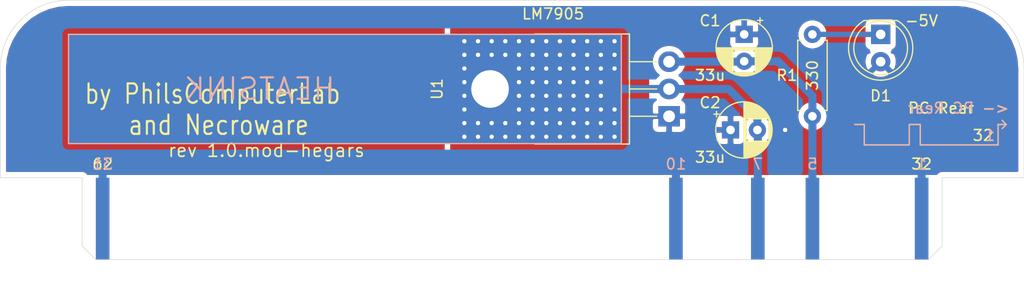
<source format=kicad_pcb>
(kicad_pcb (version 20171130) (host pcbnew "(5.1.9)-1")

  (general
    (thickness 1.6)
    (drawings 59)
    (tracks 106)
    (zones 0)
    (modules 6)
    (nets 5)
  )

  (page A4)
  (title_block
    (title "Voltage Blaster")
    (date 2020-11-21)
    (rev 1.0)
    (company "PhilsComputerLab & Necroware")
    (comment 1 "by Scorp")
  )

  (layers
    (0 F.Cu signal)
    (31 B.Cu signal)
    (32 B.Adhes user)
    (33 F.Adhes user)
    (34 B.Paste user)
    (35 F.Paste user)
    (36 B.SilkS user)
    (37 F.SilkS user)
    (38 B.Mask user)
    (39 F.Mask user)
    (40 Dwgs.User user)
    (41 Cmts.User user)
    (42 Eco1.User user)
    (43 Eco2.User user)
    (44 Edge.Cuts user)
    (45 Margin user)
    (46 B.CrtYd user)
    (47 F.CrtYd user)
    (48 B.Fab user)
    (49 F.Fab user)
  )

  (setup
    (last_trace_width 0.5)
    (user_trace_width 0.75)
    (trace_clearance 0.4)
    (zone_clearance 0.508)
    (zone_45_only no)
    (trace_min 0.2)
    (via_size 0.8)
    (via_drill 0.4)
    (via_min_size 0.4)
    (via_min_drill 0.3)
    (uvia_size 0.3)
    (uvia_drill 0.1)
    (uvias_allowed no)
    (uvia_min_size 0.2)
    (uvia_min_drill 0.1)
    (edge_width 0.05)
    (segment_width 0.2)
    (pcb_text_width 0.3)
    (pcb_text_size 1.5 1.5)
    (mod_edge_width 0.12)
    (mod_text_size 1 1)
    (mod_text_width 0.15)
    (pad_size 3.5 3.5)
    (pad_drill 3.5)
    (pad_to_mask_clearance 0)
    (aux_axis_origin 0 0)
    (visible_elements 7FFFFFFF)
    (pcbplotparams
      (layerselection 0x010fc_ffffffff)
      (usegerberextensions false)
      (usegerberattributes false)
      (usegerberadvancedattributes true)
      (creategerberjobfile true)
      (excludeedgelayer true)
      (linewidth 0.100000)
      (plotframeref false)
      (viasonmask false)
      (mode 1)
      (useauxorigin false)
      (hpglpennumber 1)
      (hpglpenspeed 20)
      (hpglpendiameter 15.000000)
      (psnegative false)
      (psa4output false)
      (plotreference true)
      (plotvalue true)
      (plotinvisibletext false)
      (padsonsilk false)
      (subtractmaskfromsilk false)
      (outputformat 1)
      (mirror false)
      (drillshape 0)
      (scaleselection 1)
      (outputdirectory "gerber/nopins/"))
  )

  (net 0 "")
  (net 1 GND)
  (net 2 "Net-(D1-Pad1)")
  (net 3 -5V)
  (net 4 -12V)

  (net_class Default "This is the default net class."
    (clearance 0.4)
    (trace_width 0.5)
    (via_dia 0.8)
    (via_drill 0.4)
    (uvia_dia 0.3)
    (uvia_drill 0.1)
    (add_net -12V)
    (add_net -5V)
    (add_net GND)
    (add_net "Net-(D1-Pad1)")
  )

  (module Sebs:ISA_8BIT_EDGE_voltageblaster (layer F.Cu) (tedit 60365A10) (tstamp 5FBB2344)
    (at 156.845 63.5)
    (path /5FB82605)
    (fp_text reference J1 (at -35.56 9.525) (layer F.Fab)
      (effects (font (size 1 1) (thickness 0.15)))
    )
    (fp_text value Bus_ISA_8bit (at -43.18 9.525) (layer F.Fab)
      (effects (font (size 1 1) (thickness 0.15)))
    )
    (fp_line (start -78.105 0) (end -78.105 6.35) (layer F.Fab) (width 0.12))
    (fp_line (start -78.105 6.35) (end -76.835 7.62) (layer F.Fab) (width 0.12))
    (fp_line (start -76.835 7.62) (end 0.635 7.62) (layer F.Fab) (width 0.12))
    (fp_line (start 0.635 7.62) (end 1.905 6.35) (layer F.Fab) (width 0.12))
    (fp_line (start 1.905 6.35) (end 1.905 0) (layer F.Fab) (width 0.12))
    (fp_line (start 1.905 0) (end -78.105 0) (layer F.Fab) (width 0.12))
    (pad 1 connect rect (at 0 3.81) (size 1.27 7.62) (layers B.Cu B.Mask)
      (net 1 GND))
    (pad 5 connect rect (at -10.16 3.81) (size 1.27 7.62) (layers B.Cu B.Mask)
      (net 3 -5V))
    (pad 7 connect rect (at -15.24 3.81) (size 1.27 7.62) (layers B.Cu B.Mask)
      (net 4 -12V))
    (pad 10 connect rect (at -22.86 3.81) (size 1.27 7.62) (layers B.Cu B.Mask)
      (net 1 GND))
    (pad 31 connect rect (at -76.2 3.81) (size 1.27 7.62) (layers B.Cu B.Mask)
      (net 1 GND))
  )

  (module Sebs:TO-220-3_Horizontal_TabDown (layer F.Cu) (tedit 603387F4) (tstamp 5FBB237E)
    (at 133.35 57.785 90)
    (descr "TO-220-3, Horizontal, RM 2.54mm, see https://www.vishay.com/docs/66542/to-220-1.pdf")
    (tags "TO-220-3 Horizontal RM 2.54mm")
    (path /5FB84DCB)
    (fp_text reference U1 (at 2.54 -21.59 270) (layer F.SilkS)
      (effects (font (size 1 1) (thickness 0.15)))
    )
    (fp_text value LM7905 (at 9.525 -10.795 180) (layer F.SilkS)
      (effects (font (size 1 1) (thickness 0.15)))
    )
    (fp_line (start 7.79 -19.71) (end -2.71 -19.71) (layer F.CrtYd) (width 0.05))
    (fp_line (start 7.79 1.25) (end 7.79 -19.71) (layer F.CrtYd) (width 0.05))
    (fp_line (start -2.71 1.25) (end 7.79 1.25) (layer F.CrtYd) (width 0.05))
    (fp_line (start -2.71 -19.71) (end -2.71 1.25) (layer F.CrtYd) (width 0.05))
    (fp_line (start 5.08 -3.69) (end 5.08 -1.15) (layer F.SilkS) (width 0.12))
    (fp_line (start 2.54 -3.69) (end 2.54 -1.15) (layer F.SilkS) (width 0.12))
    (fp_line (start 0 -3.69) (end 0 -1.15) (layer F.SilkS) (width 0.12))
    (fp_line (start 7.66 -12.5) (end 7.66 -3.69) (layer F.SilkS) (width 0.12))
    (fp_line (start -2.58 -12.5) (end -2.58 -3.69) (layer F.SilkS) (width 0.12))
    (fp_line (start -2.58 -3.69) (end 7.66 -3.69) (layer F.SilkS) (width 0.12))
    (fp_line (start 5.08 -3.81) (end 5.08 0) (layer F.Fab) (width 0.1))
    (fp_line (start 2.54 -3.81) (end 2.54 0) (layer F.Fab) (width 0.1))
    (fp_line (start 0 -3.81) (end 0 0) (layer F.Fab) (width 0.1))
    (fp_line (start 7.54 -3.81) (end -2.46 -3.81) (layer F.Fab) (width 0.1))
    (fp_line (start 7.54 -13.06) (end 7.54 -3.81) (layer F.Fab) (width 0.1))
    (fp_line (start -2.46 -13.06) (end 7.54 -13.06) (layer F.Fab) (width 0.1))
    (fp_line (start -2.46 -3.81) (end -2.46 -13.06) (layer F.Fab) (width 0.1))
    (fp_line (start 7.54 -13.06) (end -2.46 -13.06) (layer F.Fab) (width 0.1))
    (fp_line (start 7.54 -19.46) (end 7.54 -13.06) (layer F.Fab) (width 0.1))
    (fp_line (start -2.46 -19.46) (end 7.54 -19.46) (layer F.Fab) (width 0.1))
    (fp_line (start -2.46 -13.06) (end -2.46 -19.46) (layer F.Fab) (width 0.1))
    (fp_circle (center 2.54 -16.66) (end 4.39 -16.66) (layer F.Fab) (width 0.1))
    (fp_text user %R (at 2.54 -11.43 90) (layer F.Fab)
      (effects (font (size 1 1) (thickness 0.15)))
    )
    (pad "" thru_hole oval (at 2.54 -16.66 90) (size 3.5 3.5) (drill 3.5) (layers *.Cu *.Mask))
    (pad 1 thru_hole rect (at 0 0 90) (size 1.905 2) (drill 1.1) (layers *.Cu *.Mask)
      (net 1 GND))
    (pad 2 thru_hole oval (at 2.54 0 90) (size 1.905 2) (drill 1.1) (layers *.Cu *.Mask)
      (net 4 -12V))
    (pad 3 thru_hole oval (at 5.08 0 90) (size 1.905 2) (drill 1.1) (layers *.Cu *.Mask)
      (net 3 -5V))
    (model ${KISYS3DMOD}/Package_TO_SOT_THT.3dshapes/TO-220-3_Horizontal_TabDown.wrl
      (at (xyz 0 0 0))
      (scale (xyz 1 1 1))
      (rotate (xyz 0 0 0))
    )
  )

  (module Capacitor_THT:CP_Radial_D5.0mm_P2.50mm (layer F.Cu) (tedit 5AE50EF0) (tstamp 5FBB22EA)
    (at 139.065 59.055)
    (descr "CP, Radial series, Radial, pin pitch=2.50mm, , diameter=5mm, Electrolytic Capacitor")
    (tags "CP Radial series Radial pin pitch 2.50mm  diameter 5mm Electrolytic Capacitor")
    (path /5FB87CDF)
    (fp_text reference C2 (at -1.905 -2.54 180) (layer F.SilkS)
      (effects (font (size 1 1) (thickness 0.15)))
    )
    (fp_text value 33u (at -1.905 2.54 180) (layer F.SilkS)
      (effects (font (size 1 1) (thickness 0.15)))
    )
    (fp_circle (center 1.25 0) (end 3.75 0) (layer F.Fab) (width 0.1))
    (fp_circle (center 1.25 0) (end 3.87 0) (layer F.SilkS) (width 0.12))
    (fp_circle (center 1.25 0) (end 4 0) (layer F.CrtYd) (width 0.05))
    (fp_line (start -0.883605 -1.0875) (end -0.383605 -1.0875) (layer F.Fab) (width 0.1))
    (fp_line (start -0.633605 -1.3375) (end -0.633605 -0.8375) (layer F.Fab) (width 0.1))
    (fp_line (start 1.25 -2.58) (end 1.25 2.58) (layer F.SilkS) (width 0.12))
    (fp_line (start 1.29 -2.58) (end 1.29 2.58) (layer F.SilkS) (width 0.12))
    (fp_line (start 1.33 -2.579) (end 1.33 2.579) (layer F.SilkS) (width 0.12))
    (fp_line (start 1.37 -2.578) (end 1.37 2.578) (layer F.SilkS) (width 0.12))
    (fp_line (start 1.41 -2.576) (end 1.41 2.576) (layer F.SilkS) (width 0.12))
    (fp_line (start 1.45 -2.573) (end 1.45 2.573) (layer F.SilkS) (width 0.12))
    (fp_line (start 1.49 -2.569) (end 1.49 -1.04) (layer F.SilkS) (width 0.12))
    (fp_line (start 1.49 1.04) (end 1.49 2.569) (layer F.SilkS) (width 0.12))
    (fp_line (start 1.53 -2.565) (end 1.53 -1.04) (layer F.SilkS) (width 0.12))
    (fp_line (start 1.53 1.04) (end 1.53 2.565) (layer F.SilkS) (width 0.12))
    (fp_line (start 1.57 -2.561) (end 1.57 -1.04) (layer F.SilkS) (width 0.12))
    (fp_line (start 1.57 1.04) (end 1.57 2.561) (layer F.SilkS) (width 0.12))
    (fp_line (start 1.61 -2.556) (end 1.61 -1.04) (layer F.SilkS) (width 0.12))
    (fp_line (start 1.61 1.04) (end 1.61 2.556) (layer F.SilkS) (width 0.12))
    (fp_line (start 1.65 -2.55) (end 1.65 -1.04) (layer F.SilkS) (width 0.12))
    (fp_line (start 1.65 1.04) (end 1.65 2.55) (layer F.SilkS) (width 0.12))
    (fp_line (start 1.69 -2.543) (end 1.69 -1.04) (layer F.SilkS) (width 0.12))
    (fp_line (start 1.69 1.04) (end 1.69 2.543) (layer F.SilkS) (width 0.12))
    (fp_line (start 1.73 -2.536) (end 1.73 -1.04) (layer F.SilkS) (width 0.12))
    (fp_line (start 1.73 1.04) (end 1.73 2.536) (layer F.SilkS) (width 0.12))
    (fp_line (start 1.77 -2.528) (end 1.77 -1.04) (layer F.SilkS) (width 0.12))
    (fp_line (start 1.77 1.04) (end 1.77 2.528) (layer F.SilkS) (width 0.12))
    (fp_line (start 1.81 -2.52) (end 1.81 -1.04) (layer F.SilkS) (width 0.12))
    (fp_line (start 1.81 1.04) (end 1.81 2.52) (layer F.SilkS) (width 0.12))
    (fp_line (start 1.85 -2.511) (end 1.85 -1.04) (layer F.SilkS) (width 0.12))
    (fp_line (start 1.85 1.04) (end 1.85 2.511) (layer F.SilkS) (width 0.12))
    (fp_line (start 1.89 -2.501) (end 1.89 -1.04) (layer F.SilkS) (width 0.12))
    (fp_line (start 1.89 1.04) (end 1.89 2.501) (layer F.SilkS) (width 0.12))
    (fp_line (start 1.93 -2.491) (end 1.93 -1.04) (layer F.SilkS) (width 0.12))
    (fp_line (start 1.93 1.04) (end 1.93 2.491) (layer F.SilkS) (width 0.12))
    (fp_line (start 1.971 -2.48) (end 1.971 -1.04) (layer F.SilkS) (width 0.12))
    (fp_line (start 1.971 1.04) (end 1.971 2.48) (layer F.SilkS) (width 0.12))
    (fp_line (start 2.011 -2.468) (end 2.011 -1.04) (layer F.SilkS) (width 0.12))
    (fp_line (start 2.011 1.04) (end 2.011 2.468) (layer F.SilkS) (width 0.12))
    (fp_line (start 2.051 -2.455) (end 2.051 -1.04) (layer F.SilkS) (width 0.12))
    (fp_line (start 2.051 1.04) (end 2.051 2.455) (layer F.SilkS) (width 0.12))
    (fp_line (start 2.091 -2.442) (end 2.091 -1.04) (layer F.SilkS) (width 0.12))
    (fp_line (start 2.091 1.04) (end 2.091 2.442) (layer F.SilkS) (width 0.12))
    (fp_line (start 2.131 -2.428) (end 2.131 -1.04) (layer F.SilkS) (width 0.12))
    (fp_line (start 2.131 1.04) (end 2.131 2.428) (layer F.SilkS) (width 0.12))
    (fp_line (start 2.171 -2.414) (end 2.171 -1.04) (layer F.SilkS) (width 0.12))
    (fp_line (start 2.171 1.04) (end 2.171 2.414) (layer F.SilkS) (width 0.12))
    (fp_line (start 2.211 -2.398) (end 2.211 -1.04) (layer F.SilkS) (width 0.12))
    (fp_line (start 2.211 1.04) (end 2.211 2.398) (layer F.SilkS) (width 0.12))
    (fp_line (start 2.251 -2.382) (end 2.251 -1.04) (layer F.SilkS) (width 0.12))
    (fp_line (start 2.251 1.04) (end 2.251 2.382) (layer F.SilkS) (width 0.12))
    (fp_line (start 2.291 -2.365) (end 2.291 -1.04) (layer F.SilkS) (width 0.12))
    (fp_line (start 2.291 1.04) (end 2.291 2.365) (layer F.SilkS) (width 0.12))
    (fp_line (start 2.331 -2.348) (end 2.331 -1.04) (layer F.SilkS) (width 0.12))
    (fp_line (start 2.331 1.04) (end 2.331 2.348) (layer F.SilkS) (width 0.12))
    (fp_line (start 2.371 -2.329) (end 2.371 -1.04) (layer F.SilkS) (width 0.12))
    (fp_line (start 2.371 1.04) (end 2.371 2.329) (layer F.SilkS) (width 0.12))
    (fp_line (start 2.411 -2.31) (end 2.411 -1.04) (layer F.SilkS) (width 0.12))
    (fp_line (start 2.411 1.04) (end 2.411 2.31) (layer F.SilkS) (width 0.12))
    (fp_line (start 2.451 -2.29) (end 2.451 -1.04) (layer F.SilkS) (width 0.12))
    (fp_line (start 2.451 1.04) (end 2.451 2.29) (layer F.SilkS) (width 0.12))
    (fp_line (start 2.491 -2.268) (end 2.491 -1.04) (layer F.SilkS) (width 0.12))
    (fp_line (start 2.491 1.04) (end 2.491 2.268) (layer F.SilkS) (width 0.12))
    (fp_line (start 2.531 -2.247) (end 2.531 -1.04) (layer F.SilkS) (width 0.12))
    (fp_line (start 2.531 1.04) (end 2.531 2.247) (layer F.SilkS) (width 0.12))
    (fp_line (start 2.571 -2.224) (end 2.571 -1.04) (layer F.SilkS) (width 0.12))
    (fp_line (start 2.571 1.04) (end 2.571 2.224) (layer F.SilkS) (width 0.12))
    (fp_line (start 2.611 -2.2) (end 2.611 -1.04) (layer F.SilkS) (width 0.12))
    (fp_line (start 2.611 1.04) (end 2.611 2.2) (layer F.SilkS) (width 0.12))
    (fp_line (start 2.651 -2.175) (end 2.651 -1.04) (layer F.SilkS) (width 0.12))
    (fp_line (start 2.651 1.04) (end 2.651 2.175) (layer F.SilkS) (width 0.12))
    (fp_line (start 2.691 -2.149) (end 2.691 -1.04) (layer F.SilkS) (width 0.12))
    (fp_line (start 2.691 1.04) (end 2.691 2.149) (layer F.SilkS) (width 0.12))
    (fp_line (start 2.731 -2.122) (end 2.731 -1.04) (layer F.SilkS) (width 0.12))
    (fp_line (start 2.731 1.04) (end 2.731 2.122) (layer F.SilkS) (width 0.12))
    (fp_line (start 2.771 -2.095) (end 2.771 -1.04) (layer F.SilkS) (width 0.12))
    (fp_line (start 2.771 1.04) (end 2.771 2.095) (layer F.SilkS) (width 0.12))
    (fp_line (start 2.811 -2.065) (end 2.811 -1.04) (layer F.SilkS) (width 0.12))
    (fp_line (start 2.811 1.04) (end 2.811 2.065) (layer F.SilkS) (width 0.12))
    (fp_line (start 2.851 -2.035) (end 2.851 -1.04) (layer F.SilkS) (width 0.12))
    (fp_line (start 2.851 1.04) (end 2.851 2.035) (layer F.SilkS) (width 0.12))
    (fp_line (start 2.891 -2.004) (end 2.891 -1.04) (layer F.SilkS) (width 0.12))
    (fp_line (start 2.891 1.04) (end 2.891 2.004) (layer F.SilkS) (width 0.12))
    (fp_line (start 2.931 -1.971) (end 2.931 -1.04) (layer F.SilkS) (width 0.12))
    (fp_line (start 2.931 1.04) (end 2.931 1.971) (layer F.SilkS) (width 0.12))
    (fp_line (start 2.971 -1.937) (end 2.971 -1.04) (layer F.SilkS) (width 0.12))
    (fp_line (start 2.971 1.04) (end 2.971 1.937) (layer F.SilkS) (width 0.12))
    (fp_line (start 3.011 -1.901) (end 3.011 -1.04) (layer F.SilkS) (width 0.12))
    (fp_line (start 3.011 1.04) (end 3.011 1.901) (layer F.SilkS) (width 0.12))
    (fp_line (start 3.051 -1.864) (end 3.051 -1.04) (layer F.SilkS) (width 0.12))
    (fp_line (start 3.051 1.04) (end 3.051 1.864) (layer F.SilkS) (width 0.12))
    (fp_line (start 3.091 -1.826) (end 3.091 -1.04) (layer F.SilkS) (width 0.12))
    (fp_line (start 3.091 1.04) (end 3.091 1.826) (layer F.SilkS) (width 0.12))
    (fp_line (start 3.131 -1.785) (end 3.131 -1.04) (layer F.SilkS) (width 0.12))
    (fp_line (start 3.131 1.04) (end 3.131 1.785) (layer F.SilkS) (width 0.12))
    (fp_line (start 3.171 -1.743) (end 3.171 -1.04) (layer F.SilkS) (width 0.12))
    (fp_line (start 3.171 1.04) (end 3.171 1.743) (layer F.SilkS) (width 0.12))
    (fp_line (start 3.211 -1.699) (end 3.211 -1.04) (layer F.SilkS) (width 0.12))
    (fp_line (start 3.211 1.04) (end 3.211 1.699) (layer F.SilkS) (width 0.12))
    (fp_line (start 3.251 -1.653) (end 3.251 -1.04) (layer F.SilkS) (width 0.12))
    (fp_line (start 3.251 1.04) (end 3.251 1.653) (layer F.SilkS) (width 0.12))
    (fp_line (start 3.291 -1.605) (end 3.291 -1.04) (layer F.SilkS) (width 0.12))
    (fp_line (start 3.291 1.04) (end 3.291 1.605) (layer F.SilkS) (width 0.12))
    (fp_line (start 3.331 -1.554) (end 3.331 -1.04) (layer F.SilkS) (width 0.12))
    (fp_line (start 3.331 1.04) (end 3.331 1.554) (layer F.SilkS) (width 0.12))
    (fp_line (start 3.371 -1.5) (end 3.371 -1.04) (layer F.SilkS) (width 0.12))
    (fp_line (start 3.371 1.04) (end 3.371 1.5) (layer F.SilkS) (width 0.12))
    (fp_line (start 3.411 -1.443) (end 3.411 -1.04) (layer F.SilkS) (width 0.12))
    (fp_line (start 3.411 1.04) (end 3.411 1.443) (layer F.SilkS) (width 0.12))
    (fp_line (start 3.451 -1.383) (end 3.451 -1.04) (layer F.SilkS) (width 0.12))
    (fp_line (start 3.451 1.04) (end 3.451 1.383) (layer F.SilkS) (width 0.12))
    (fp_line (start 3.491 -1.319) (end 3.491 -1.04) (layer F.SilkS) (width 0.12))
    (fp_line (start 3.491 1.04) (end 3.491 1.319) (layer F.SilkS) (width 0.12))
    (fp_line (start 3.531 -1.251) (end 3.531 -1.04) (layer F.SilkS) (width 0.12))
    (fp_line (start 3.531 1.04) (end 3.531 1.251) (layer F.SilkS) (width 0.12))
    (fp_line (start 3.571 -1.178) (end 3.571 1.178) (layer F.SilkS) (width 0.12))
    (fp_line (start 3.611 -1.098) (end 3.611 1.098) (layer F.SilkS) (width 0.12))
    (fp_line (start 3.651 -1.011) (end 3.651 1.011) (layer F.SilkS) (width 0.12))
    (fp_line (start 3.691 -0.915) (end 3.691 0.915) (layer F.SilkS) (width 0.12))
    (fp_line (start 3.731 -0.805) (end 3.731 0.805) (layer F.SilkS) (width 0.12))
    (fp_line (start 3.771 -0.677) (end 3.771 0.677) (layer F.SilkS) (width 0.12))
    (fp_line (start 3.811 -0.518) (end 3.811 0.518) (layer F.SilkS) (width 0.12))
    (fp_line (start 3.851 -0.284) (end 3.851 0.284) (layer F.SilkS) (width 0.12))
    (fp_line (start -1.554775 -1.475) (end -1.054775 -1.475) (layer F.SilkS) (width 0.12))
    (fp_line (start -1.304775 -1.725) (end -1.304775 -1.225) (layer F.SilkS) (width 0.12))
    (fp_text user %R (at 1.25 0) (layer F.Fab)
      (effects (font (size 1 1) (thickness 0.15)))
    )
    (pad 2 thru_hole circle (at 2.5 0) (size 1.6 1.6) (drill 0.8) (layers *.Cu *.Mask)
      (net 4 -12V))
    (pad 1 thru_hole rect (at 0 0) (size 1.6 1.6) (drill 0.8) (layers *.Cu *.Mask)
      (net 1 GND))
    (model ${KISYS3DMOD}/Capacitor_THT.3dshapes/CP_Radial_D5.0mm_P2.50mm.wrl
      (at (xyz 0 0 0))
      (scale (xyz 1 1 1))
      (rotate (xyz 0 0 0))
    )
  )

  (module Capacitor_THT:CP_Radial_D5.0mm_P2.50mm (layer F.Cu) (tedit 5AE50EF0) (tstamp 5FBB2256)
    (at 140.335 50.165 270)
    (descr "CP, Radial series, Radial, pin pitch=2.50mm, , diameter=5mm, Electrolytic Capacitor")
    (tags "CP Radial series Radial pin pitch 2.50mm  diameter 5mm Electrolytic Capacitor")
    (path /5FB87953)
    (fp_text reference C1 (at -1.27 3.175 180) (layer F.SilkS)
      (effects (font (size 1 1) (thickness 0.15)))
    )
    (fp_text value 33u (at 3.81 3.175 180) (layer F.SilkS)
      (effects (font (size 1 1) (thickness 0.15)))
    )
    (fp_circle (center 1.25 0) (end 3.75 0) (layer F.Fab) (width 0.1))
    (fp_circle (center 1.25 0) (end 3.87 0) (layer F.SilkS) (width 0.12))
    (fp_circle (center 1.25 0) (end 4 0) (layer F.CrtYd) (width 0.05))
    (fp_line (start -0.883605 -1.0875) (end -0.383605 -1.0875) (layer F.Fab) (width 0.1))
    (fp_line (start -0.633605 -1.3375) (end -0.633605 -0.8375) (layer F.Fab) (width 0.1))
    (fp_line (start 1.25 -2.58) (end 1.25 2.58) (layer F.SilkS) (width 0.12))
    (fp_line (start 1.29 -2.58) (end 1.29 2.58) (layer F.SilkS) (width 0.12))
    (fp_line (start 1.33 -2.579) (end 1.33 2.579) (layer F.SilkS) (width 0.12))
    (fp_line (start 1.37 -2.578) (end 1.37 2.578) (layer F.SilkS) (width 0.12))
    (fp_line (start 1.41 -2.576) (end 1.41 2.576) (layer F.SilkS) (width 0.12))
    (fp_line (start 1.45 -2.573) (end 1.45 2.573) (layer F.SilkS) (width 0.12))
    (fp_line (start 1.49 -2.569) (end 1.49 -1.04) (layer F.SilkS) (width 0.12))
    (fp_line (start 1.49 1.04) (end 1.49 2.569) (layer F.SilkS) (width 0.12))
    (fp_line (start 1.53 -2.565) (end 1.53 -1.04) (layer F.SilkS) (width 0.12))
    (fp_line (start 1.53 1.04) (end 1.53 2.565) (layer F.SilkS) (width 0.12))
    (fp_line (start 1.57 -2.561) (end 1.57 -1.04) (layer F.SilkS) (width 0.12))
    (fp_line (start 1.57 1.04) (end 1.57 2.561) (layer F.SilkS) (width 0.12))
    (fp_line (start 1.61 -2.556) (end 1.61 -1.04) (layer F.SilkS) (width 0.12))
    (fp_line (start 1.61 1.04) (end 1.61 2.556) (layer F.SilkS) (width 0.12))
    (fp_line (start 1.65 -2.55) (end 1.65 -1.04) (layer F.SilkS) (width 0.12))
    (fp_line (start 1.65 1.04) (end 1.65 2.55) (layer F.SilkS) (width 0.12))
    (fp_line (start 1.69 -2.543) (end 1.69 -1.04) (layer F.SilkS) (width 0.12))
    (fp_line (start 1.69 1.04) (end 1.69 2.543) (layer F.SilkS) (width 0.12))
    (fp_line (start 1.73 -2.536) (end 1.73 -1.04) (layer F.SilkS) (width 0.12))
    (fp_line (start 1.73 1.04) (end 1.73 2.536) (layer F.SilkS) (width 0.12))
    (fp_line (start 1.77 -2.528) (end 1.77 -1.04) (layer F.SilkS) (width 0.12))
    (fp_line (start 1.77 1.04) (end 1.77 2.528) (layer F.SilkS) (width 0.12))
    (fp_line (start 1.81 -2.52) (end 1.81 -1.04) (layer F.SilkS) (width 0.12))
    (fp_line (start 1.81 1.04) (end 1.81 2.52) (layer F.SilkS) (width 0.12))
    (fp_line (start 1.85 -2.511) (end 1.85 -1.04) (layer F.SilkS) (width 0.12))
    (fp_line (start 1.85 1.04) (end 1.85 2.511) (layer F.SilkS) (width 0.12))
    (fp_line (start 1.89 -2.501) (end 1.89 -1.04) (layer F.SilkS) (width 0.12))
    (fp_line (start 1.89 1.04) (end 1.89 2.501) (layer F.SilkS) (width 0.12))
    (fp_line (start 1.93 -2.491) (end 1.93 -1.04) (layer F.SilkS) (width 0.12))
    (fp_line (start 1.93 1.04) (end 1.93 2.491) (layer F.SilkS) (width 0.12))
    (fp_line (start 1.971 -2.48) (end 1.971 -1.04) (layer F.SilkS) (width 0.12))
    (fp_line (start 1.971 1.04) (end 1.971 2.48) (layer F.SilkS) (width 0.12))
    (fp_line (start 2.011 -2.468) (end 2.011 -1.04) (layer F.SilkS) (width 0.12))
    (fp_line (start 2.011 1.04) (end 2.011 2.468) (layer F.SilkS) (width 0.12))
    (fp_line (start 2.051 -2.455) (end 2.051 -1.04) (layer F.SilkS) (width 0.12))
    (fp_line (start 2.051 1.04) (end 2.051 2.455) (layer F.SilkS) (width 0.12))
    (fp_line (start 2.091 -2.442) (end 2.091 -1.04) (layer F.SilkS) (width 0.12))
    (fp_line (start 2.091 1.04) (end 2.091 2.442) (layer F.SilkS) (width 0.12))
    (fp_line (start 2.131 -2.428) (end 2.131 -1.04) (layer F.SilkS) (width 0.12))
    (fp_line (start 2.131 1.04) (end 2.131 2.428) (layer F.SilkS) (width 0.12))
    (fp_line (start 2.171 -2.414) (end 2.171 -1.04) (layer F.SilkS) (width 0.12))
    (fp_line (start 2.171 1.04) (end 2.171 2.414) (layer F.SilkS) (width 0.12))
    (fp_line (start 2.211 -2.398) (end 2.211 -1.04) (layer F.SilkS) (width 0.12))
    (fp_line (start 2.211 1.04) (end 2.211 2.398) (layer F.SilkS) (width 0.12))
    (fp_line (start 2.251 -2.382) (end 2.251 -1.04) (layer F.SilkS) (width 0.12))
    (fp_line (start 2.251 1.04) (end 2.251 2.382) (layer F.SilkS) (width 0.12))
    (fp_line (start 2.291 -2.365) (end 2.291 -1.04) (layer F.SilkS) (width 0.12))
    (fp_line (start 2.291 1.04) (end 2.291 2.365) (layer F.SilkS) (width 0.12))
    (fp_line (start 2.331 -2.348) (end 2.331 -1.04) (layer F.SilkS) (width 0.12))
    (fp_line (start 2.331 1.04) (end 2.331 2.348) (layer F.SilkS) (width 0.12))
    (fp_line (start 2.371 -2.329) (end 2.371 -1.04) (layer F.SilkS) (width 0.12))
    (fp_line (start 2.371 1.04) (end 2.371 2.329) (layer F.SilkS) (width 0.12))
    (fp_line (start 2.411 -2.31) (end 2.411 -1.04) (layer F.SilkS) (width 0.12))
    (fp_line (start 2.411 1.04) (end 2.411 2.31) (layer F.SilkS) (width 0.12))
    (fp_line (start 2.451 -2.29) (end 2.451 -1.04) (layer F.SilkS) (width 0.12))
    (fp_line (start 2.451 1.04) (end 2.451 2.29) (layer F.SilkS) (width 0.12))
    (fp_line (start 2.491 -2.268) (end 2.491 -1.04) (layer F.SilkS) (width 0.12))
    (fp_line (start 2.491 1.04) (end 2.491 2.268) (layer F.SilkS) (width 0.12))
    (fp_line (start 2.531 -2.247) (end 2.531 -1.04) (layer F.SilkS) (width 0.12))
    (fp_line (start 2.531 1.04) (end 2.531 2.247) (layer F.SilkS) (width 0.12))
    (fp_line (start 2.571 -2.224) (end 2.571 -1.04) (layer F.SilkS) (width 0.12))
    (fp_line (start 2.571 1.04) (end 2.571 2.224) (layer F.SilkS) (width 0.12))
    (fp_line (start 2.611 -2.2) (end 2.611 -1.04) (layer F.SilkS) (width 0.12))
    (fp_line (start 2.611 1.04) (end 2.611 2.2) (layer F.SilkS) (width 0.12))
    (fp_line (start 2.651 -2.175) (end 2.651 -1.04) (layer F.SilkS) (width 0.12))
    (fp_line (start 2.651 1.04) (end 2.651 2.175) (layer F.SilkS) (width 0.12))
    (fp_line (start 2.691 -2.149) (end 2.691 -1.04) (layer F.SilkS) (width 0.12))
    (fp_line (start 2.691 1.04) (end 2.691 2.149) (layer F.SilkS) (width 0.12))
    (fp_line (start 2.731 -2.122) (end 2.731 -1.04) (layer F.SilkS) (width 0.12))
    (fp_line (start 2.731 1.04) (end 2.731 2.122) (layer F.SilkS) (width 0.12))
    (fp_line (start 2.771 -2.095) (end 2.771 -1.04) (layer F.SilkS) (width 0.12))
    (fp_line (start 2.771 1.04) (end 2.771 2.095) (layer F.SilkS) (width 0.12))
    (fp_line (start 2.811 -2.065) (end 2.811 -1.04) (layer F.SilkS) (width 0.12))
    (fp_line (start 2.811 1.04) (end 2.811 2.065) (layer F.SilkS) (width 0.12))
    (fp_line (start 2.851 -2.035) (end 2.851 -1.04) (layer F.SilkS) (width 0.12))
    (fp_line (start 2.851 1.04) (end 2.851 2.035) (layer F.SilkS) (width 0.12))
    (fp_line (start 2.891 -2.004) (end 2.891 -1.04) (layer F.SilkS) (width 0.12))
    (fp_line (start 2.891 1.04) (end 2.891 2.004) (layer F.SilkS) (width 0.12))
    (fp_line (start 2.931 -1.971) (end 2.931 -1.04) (layer F.SilkS) (width 0.12))
    (fp_line (start 2.931 1.04) (end 2.931 1.971) (layer F.SilkS) (width 0.12))
    (fp_line (start 2.971 -1.937) (end 2.971 -1.04) (layer F.SilkS) (width 0.12))
    (fp_line (start 2.971 1.04) (end 2.971 1.937) (layer F.SilkS) (width 0.12))
    (fp_line (start 3.011 -1.901) (end 3.011 -1.04) (layer F.SilkS) (width 0.12))
    (fp_line (start 3.011 1.04) (end 3.011 1.901) (layer F.SilkS) (width 0.12))
    (fp_line (start 3.051 -1.864) (end 3.051 -1.04) (layer F.SilkS) (width 0.12))
    (fp_line (start 3.051 1.04) (end 3.051 1.864) (layer F.SilkS) (width 0.12))
    (fp_line (start 3.091 -1.826) (end 3.091 -1.04) (layer F.SilkS) (width 0.12))
    (fp_line (start 3.091 1.04) (end 3.091 1.826) (layer F.SilkS) (width 0.12))
    (fp_line (start 3.131 -1.785) (end 3.131 -1.04) (layer F.SilkS) (width 0.12))
    (fp_line (start 3.131 1.04) (end 3.131 1.785) (layer F.SilkS) (width 0.12))
    (fp_line (start 3.171 -1.743) (end 3.171 -1.04) (layer F.SilkS) (width 0.12))
    (fp_line (start 3.171 1.04) (end 3.171 1.743) (layer F.SilkS) (width 0.12))
    (fp_line (start 3.211 -1.699) (end 3.211 -1.04) (layer F.SilkS) (width 0.12))
    (fp_line (start 3.211 1.04) (end 3.211 1.699) (layer F.SilkS) (width 0.12))
    (fp_line (start 3.251 -1.653) (end 3.251 -1.04) (layer F.SilkS) (width 0.12))
    (fp_line (start 3.251 1.04) (end 3.251 1.653) (layer F.SilkS) (width 0.12))
    (fp_line (start 3.291 -1.605) (end 3.291 -1.04) (layer F.SilkS) (width 0.12))
    (fp_line (start 3.291 1.04) (end 3.291 1.605) (layer F.SilkS) (width 0.12))
    (fp_line (start 3.331 -1.554) (end 3.331 -1.04) (layer F.SilkS) (width 0.12))
    (fp_line (start 3.331 1.04) (end 3.331 1.554) (layer F.SilkS) (width 0.12))
    (fp_line (start 3.371 -1.5) (end 3.371 -1.04) (layer F.SilkS) (width 0.12))
    (fp_line (start 3.371 1.04) (end 3.371 1.5) (layer F.SilkS) (width 0.12))
    (fp_line (start 3.411 -1.443) (end 3.411 -1.04) (layer F.SilkS) (width 0.12))
    (fp_line (start 3.411 1.04) (end 3.411 1.443) (layer F.SilkS) (width 0.12))
    (fp_line (start 3.451 -1.383) (end 3.451 -1.04) (layer F.SilkS) (width 0.12))
    (fp_line (start 3.451 1.04) (end 3.451 1.383) (layer F.SilkS) (width 0.12))
    (fp_line (start 3.491 -1.319) (end 3.491 -1.04) (layer F.SilkS) (width 0.12))
    (fp_line (start 3.491 1.04) (end 3.491 1.319) (layer F.SilkS) (width 0.12))
    (fp_line (start 3.531 -1.251) (end 3.531 -1.04) (layer F.SilkS) (width 0.12))
    (fp_line (start 3.531 1.04) (end 3.531 1.251) (layer F.SilkS) (width 0.12))
    (fp_line (start 3.571 -1.178) (end 3.571 1.178) (layer F.SilkS) (width 0.12))
    (fp_line (start 3.611 -1.098) (end 3.611 1.098) (layer F.SilkS) (width 0.12))
    (fp_line (start 3.651 -1.011) (end 3.651 1.011) (layer F.SilkS) (width 0.12))
    (fp_line (start 3.691 -0.915) (end 3.691 0.915) (layer F.SilkS) (width 0.12))
    (fp_line (start 3.731 -0.805) (end 3.731 0.805) (layer F.SilkS) (width 0.12))
    (fp_line (start 3.771 -0.677) (end 3.771 0.677) (layer F.SilkS) (width 0.12))
    (fp_line (start 3.811 -0.518) (end 3.811 0.518) (layer F.SilkS) (width 0.12))
    (fp_line (start 3.851 -0.284) (end 3.851 0.284) (layer F.SilkS) (width 0.12))
    (fp_line (start -1.554775 -1.475) (end -1.054775 -1.475) (layer F.SilkS) (width 0.12))
    (fp_line (start -1.304775 -1.725) (end -1.304775 -1.225) (layer F.SilkS) (width 0.12))
    (fp_text user %R (at 1.25 0 90) (layer F.Fab)
      (effects (font (size 1 1) (thickness 0.15)))
    )
    (pad 2 thru_hole circle (at 2.5 0 270) (size 1.6 1.6) (drill 0.8) (layers *.Cu *.Mask)
      (net 3 -5V))
    (pad 1 thru_hole rect (at 0 0 270) (size 1.6 1.6) (drill 0.8) (layers *.Cu *.Mask)
      (net 1 GND))
    (model ${KISYS3DMOD}/Capacitor_THT.3dshapes/CP_Radial_D5.0mm_P2.50mm.wrl
      (at (xyz 0 0 0))
      (scale (xyz 1 1 1))
      (rotate (xyz 0 0 0))
    )
  )

  (module Resistor_THT:R_Axial_DIN0207_L6.3mm_D2.5mm_P7.62mm_Horizontal (layer F.Cu) (tedit 5AE5139B) (tstamp 5FBB235B)
    (at 146.685 57.785 90)
    (descr "Resistor, Axial_DIN0207 series, Axial, Horizontal, pin pitch=7.62mm, 0.25W = 1/4W, length*diameter=6.3*2.5mm^2, http://cdn-reichelt.de/documents/datenblatt/B400/1_4W%23YAG.pdf")
    (tags "Resistor Axial_DIN0207 series Axial Horizontal pin pitch 7.62mm 0.25W = 1/4W length 6.3mm diameter 2.5mm")
    (path /5FB87262)
    (fp_text reference R1 (at 3.81 -2.37 180) (layer F.SilkS)
      (effects (font (size 1 1) (thickness 0.15)))
    )
    (fp_text value 330 (at 3.81 0 90) (layer F.SilkS)
      (effects (font (size 1 1) (thickness 0.15)))
    )
    (fp_line (start 0.66 -1.25) (end 0.66 1.25) (layer F.Fab) (width 0.1))
    (fp_line (start 0.66 1.25) (end 6.96 1.25) (layer F.Fab) (width 0.1))
    (fp_line (start 6.96 1.25) (end 6.96 -1.25) (layer F.Fab) (width 0.1))
    (fp_line (start 6.96 -1.25) (end 0.66 -1.25) (layer F.Fab) (width 0.1))
    (fp_line (start 0 0) (end 0.66 0) (layer F.Fab) (width 0.1))
    (fp_line (start 7.62 0) (end 6.96 0) (layer F.Fab) (width 0.1))
    (fp_line (start 0.54 -1.04) (end 0.54 -1.37) (layer F.SilkS) (width 0.12))
    (fp_line (start 0.54 -1.37) (end 7.08 -1.37) (layer F.SilkS) (width 0.12))
    (fp_line (start 7.08 -1.37) (end 7.08 -1.04) (layer F.SilkS) (width 0.12))
    (fp_line (start 0.54 1.04) (end 0.54 1.37) (layer F.SilkS) (width 0.12))
    (fp_line (start 0.54 1.37) (end 7.08 1.37) (layer F.SilkS) (width 0.12))
    (fp_line (start 7.08 1.37) (end 7.08 1.04) (layer F.SilkS) (width 0.12))
    (fp_line (start -1.05 -1.5) (end -1.05 1.5) (layer F.CrtYd) (width 0.05))
    (fp_line (start -1.05 1.5) (end 8.67 1.5) (layer F.CrtYd) (width 0.05))
    (fp_line (start 8.67 1.5) (end 8.67 -1.5) (layer F.CrtYd) (width 0.05))
    (fp_line (start 8.67 -1.5) (end -1.05 -1.5) (layer F.CrtYd) (width 0.05))
    (fp_text user %R (at 3.81 0 90) (layer F.Fab) hide
      (effects (font (size 1 1) (thickness 0.15)))
    )
    (pad 2 thru_hole oval (at 7.62 0 90) (size 1.6 1.6) (drill 0.8) (layers *.Cu *.Mask)
      (net 2 "Net-(D1-Pad1)"))
    (pad 1 thru_hole circle (at 0 0 90) (size 1.6 1.6) (drill 0.8) (layers *.Cu *.Mask)
      (net 3 -5V))
    (model ${KISYS3DMOD}/Resistor_THT.3dshapes/R_Axial_DIN0207_L6.3mm_D2.5mm_P7.62mm_Horizontal.wrl
      (at (xyz 0 0 0))
      (scale (xyz 1 1 1))
      (rotate (xyz 0 0 0))
    )
  )

  (module LED_THT:LED_D5.0mm (layer F.Cu) (tedit 5995936A) (tstamp 5FBBEA08)
    (at 153.035 50.165 270)
    (descr "LED, diameter 5.0mm, 2 pins, http://cdn-reichelt.de/documents/datenblatt/A500/LL-504BC2E-009.pdf")
    (tags "LED diameter 5.0mm 2 pins")
    (path /5FB86BA7)
    (fp_text reference D1 (at 5.715 0 180) (layer F.SilkS)
      (effects (font (size 1 1) (thickness 0.15)))
    )
    (fp_text value -5V (at -1.27 -3.81 180) (layer F.SilkS)
      (effects (font (size 1 1) (thickness 0.15)))
    )
    (fp_circle (center 1.27 0) (end 3.77 0) (layer F.Fab) (width 0.1))
    (fp_circle (center 1.27 0) (end 3.77 0) (layer F.SilkS) (width 0.12))
    (fp_line (start -1.23 -1.469694) (end -1.23 1.469694) (layer F.Fab) (width 0.1))
    (fp_line (start -1.29 -1.545) (end -1.29 1.545) (layer F.SilkS) (width 0.12))
    (fp_line (start -1.95 -3.25) (end -1.95 3.25) (layer F.CrtYd) (width 0.05))
    (fp_line (start -1.95 3.25) (end 4.5 3.25) (layer F.CrtYd) (width 0.05))
    (fp_line (start 4.5 3.25) (end 4.5 -3.25) (layer F.CrtYd) (width 0.05))
    (fp_line (start 4.5 -3.25) (end -1.95 -3.25) (layer F.CrtYd) (width 0.05))
    (fp_text user %R (at 1.25 0 90) (layer F.Fab)
      (effects (font (size 0.8 0.8) (thickness 0.2)))
    )
    (fp_arc (start 1.27 0) (end -1.29 1.54483) (angle -148.9) (layer F.SilkS) (width 0.12))
    (fp_arc (start 1.27 0) (end -1.29 -1.54483) (angle 148.9) (layer F.SilkS) (width 0.12))
    (fp_arc (start 1.27 0) (end -1.23 -1.469694) (angle 299.1) (layer F.Fab) (width 0.1))
    (pad 2 thru_hole circle (at 2.54 0 270) (size 1.8 1.8) (drill 0.9) (layers *.Cu *.Mask)
      (net 1 GND))
    (pad 1 thru_hole rect (at 0 0 270) (size 1.8 1.8) (drill 0.9) (layers *.Cu *.Mask)
      (net 2 "Net-(D1-Pad1)"))
    (model ${KISYS3DMOD}/LED_THT.3dshapes/LED_D5.0mm.wrl
      (offset (xyz 0 0 -3))
      (scale (xyz 1 1 1))
      (rotate (xyz 0 0 0))
    )
  )

  (gr_text 62 (at 80.645 62.23) (layer F.SilkS) (tstamp 6034A751)
    (effects (font (size 1 1) (thickness 0.15)))
  )
  (gr_text 31 (at 80.645 62.23) (layer B.SilkS) (tstamp 6034A67B)
    (effects (font (size 1 1) (thickness 0.15)) (justify mirror))
  )
  (gr_text 10 (at 133.985 62.23) (layer B.SilkS) (tstamp 6034A66A)
    (effects (font (size 1 1) (thickness 0.15)) (justify mirror))
  )
  (gr_text 7 (at 141.605 62.23) (layer B.SilkS) (tstamp 6034A662)
    (effects (font (size 1 1) (thickness 0.15)) (justify mirror))
  )
  (gr_text 5 (at 146.685 62.23) (layer B.SilkS) (tstamp 6034A65A)
    (effects (font (size 1 1) (thickness 0.15)) (justify mirror))
  )
  (gr_poly (pts (xy 158.75 69.85) (xy 158.75 63.5) (xy 78.74 63.5) (xy 78.74 69.85) (xy 80.01 71.12) (xy 157.48 71.12)) (layer B.Mask) (width 0.1) (tstamp 6034A323))
  (gr_poly (pts (xy 158.75 69.85) (xy 157.48 71.12) (xy 80.01 71.12) (xy 78.74 69.85) (xy 78.74 63.5) (xy 158.75 63.5)) (layer F.Mask) (width 0.1))
  (gr_line (start 128.905 50.165) (end 77.47 50.165) (layer B.SilkS) (width 0.12) (tstamp 6033B29B))
  (gr_line (start 128.905 60.325) (end 128.905 50.165) (layer B.SilkS) (width 0.12))
  (gr_line (start 77.47 60.325) (end 128.905 60.325) (layer B.SilkS) (width 0.12))
  (gr_line (start 77.47 50.165) (end 77.47 60.325) (layer B.SilkS) (width 0.12))
  (gr_text HEATSINK (at 95.25 55.245) (layer B.SilkS)
    (effects (font (size 2 2) (thickness 0.2)) (justify mirror))
  )
  (gr_poly (pts (xy 128.905 50.165) (xy 77.47 50.165) (xy 77.47 60.325) (xy 128.905 60.325)) (layer B.Cu) (width 0.1) (tstamp 60339D11))
  (gr_text 32 (at 162.56 59.563) (layer F.SilkS) (tstamp 60339C6A)
    (effects (font (size 1 1) (thickness 0.15)))
  )
  (gr_text 1 (at 163.195 59.563) (layer B.SilkS) (tstamp 60339C67)
    (effects (font (size 1 1) (thickness 0.15)) (justify mirror))
  )
  (gr_line (start 164.719 58.547) (end 164.338 58.928) (layer F.SilkS) (width 0.12))
  (gr_line (start 164.719 58.547) (end 164.338 58.166) (layer F.SilkS) (width 0.12))
  (gr_line (start 164.719 58.547) (end 164.338 58.928) (layer B.SilkS) (width 0.12))
  (gr_line (start 164.719 58.547) (end 164.338 58.166) (layer B.SilkS) (width 0.12))
  (gr_line (start 151.511 58.547) (end 150.622 58.547) (layer B.SilkS) (width 0.12))
  (gr_line (start 151.511 60.452) (end 151.511 58.547) (layer B.SilkS) (width 0.12))
  (gr_line (start 155.702 60.452) (end 151.511 60.452) (layer B.SilkS) (width 0.12))
  (gr_line (start 155.702 58.547) (end 155.702 60.452) (layer B.SilkS) (width 0.12))
  (gr_line (start 156.718 58.547) (end 155.702 58.547) (layer B.SilkS) (width 0.12))
  (gr_line (start 156.718 60.452) (end 156.718 58.547) (layer B.SilkS) (width 0.12))
  (gr_line (start 163.957 60.452) (end 156.718 60.452) (layer B.SilkS) (width 0.12))
  (gr_line (start 163.957 58.547) (end 163.957 60.452) (layer B.SilkS) (width 0.12))
  (gr_line (start 164.719 58.547) (end 163.957 58.547) (layer B.SilkS) (width 0.12))
  (gr_text "<- PC Rear" (at 160.274 57.023) (layer B.SilkS) (tstamp 60339BCF)
    (effects (font (size 1 1) (thickness 0.15)) (justify mirror))
  )
  (gr_text "PC Rear ->" (at 160.274 57.023) (layer F.SilkS)
    (effects (font (size 1 1) (thickness 0.15)))
  )
  (gr_line (start 163.957 58.547) (end 164.719 58.547) (layer F.SilkS) (width 0.12))
  (gr_line (start 151.511 58.547) (end 150.622 58.547) (layer F.SilkS) (width 0.12))
  (gr_line (start 151.511 60.452) (end 151.511 58.547) (layer F.SilkS) (width 0.12))
  (gr_line (start 155.702 60.452) (end 151.511 60.452) (layer F.SilkS) (width 0.12))
  (gr_line (start 155.702 58.547) (end 155.702 60.452) (layer F.SilkS) (width 0.12))
  (gr_line (start 156.718 58.547) (end 155.702 58.547) (layer F.SilkS) (width 0.12))
  (gr_line (start 156.718 60.452) (end 156.718 58.547) (layer F.SilkS) (width 0.12))
  (gr_line (start 163.957 60.452) (end 156.718 60.452) (layer F.SilkS) (width 0.12))
  (gr_line (start 163.957 58.547) (end 163.957 60.452) (layer F.SilkS) (width 0.12))
  (gr_poly (pts (xy 120.015 60.706) (xy 113.284 60.706) (xy 113.284 49.784) (xy 120.015 49.784)) (layer F.Mask) (width 0.1) (tstamp 60337E91))
  (gr_arc (start 77.47 53.34) (end 77.47 46.99) (angle -90) (layer Edge.Cuts) (width 0.05) (tstamp 603373C3))
  (gr_text "Voltage Blaster\n" (at 92.075 51.435) (layer F.Mask) (tstamp 60336947)
    (effects (font (size 3 3) (thickness 0.5)))
  )
  (gr_arc (start 160.02 53.34) (end 166.37 53.34) (angle -90) (layer Edge.Cuts) (width 0.05))
  (gr_text 1 (at 156.845 62.23) (layer B.SilkS) (tstamp 5FCF8C25)
    (effects (font (size 1 1) (thickness 0.15)) (justify mirror))
  )
  (gr_text "rev 1.0.mod-hegars" (at 95.885 60.96) (layer F.SilkS)
    (effects (font (size 1.2 1.2) (thickness 0.15)))
  )
  (gr_text "by PhilsComputerLab \nand Necroware" (at 91.44 57.15) (layer F.SilkS)
    (effects (font (size 1.8 1.5) (thickness 0.2)))
  )
  (gr_poly (pts (xy 131.445 60.96) (xy 113.03 60.96) (xy 113.03 49.53) (xy 131.445 49.53)) (layer F.Cu) (width 0.1))
  (gr_text 32 (at 156.845 62.23) (layer F.SilkS)
    (effects (font (size 1 1) (thickness 0.15)))
  )
  (gr_line (start 158.75 69.85) (end 158.75 63.5) (layer Edge.Cuts) (width 0.05) (tstamp 5FBB6E91))
  (gr_line (start 157.48 71.12) (end 158.75 69.85) (layer Edge.Cuts) (width 0.05))
  (gr_line (start 80.01 71.12) (end 157.48 71.12) (layer Edge.Cuts) (width 0.05))
  (gr_line (start 78.74 69.85) (end 80.01 71.12) (layer Edge.Cuts) (width 0.05))
  (gr_line (start 78.74 63.5) (end 78.74 69.85) (layer Edge.Cuts) (width 0.05))
  (gr_line (start 71.12 53.34) (end 71.12 53.34) (layer Edge.Cuts) (width 0.05) (tstamp 5FBB6E90))
  (gr_line (start 71.12 63.5) (end 71.12 53.34) (layer Edge.Cuts) (width 0.05))
  (gr_line (start 78.74 63.5) (end 71.12 63.5) (layer Edge.Cuts) (width 0.05))
  (gr_line (start 160.02 46.99) (end 77.47 46.99) (layer Edge.Cuts) (width 0.05))
  (gr_line (start 166.37 63.5) (end 166.37 53.34) (layer Edge.Cuts) (width 0.05))
  (gr_line (start 158.75 63.5) (end 166.37 63.5) (layer Edge.Cuts) (width 0.05))

  (via (at 120.65 50.8) (size 0.8) (drill 0.4) (layers F.Cu B.Cu) (net 0))
  (via (at 120.65 52.07) (size 0.8) (drill 0.4) (layers F.Cu B.Cu) (net 0))
  (via (at 120.65 53.34) (size 0.8) (drill 0.4) (layers F.Cu B.Cu) (net 0))
  (via (at 120.65 54.61) (size 0.8) (drill 0.4) (layers F.Cu B.Cu) (net 0))
  (via (at 120.65 55.88) (size 0.8) (drill 0.4) (layers F.Cu B.Cu) (net 0))
  (via (at 120.65 57.15) (size 0.8) (drill 0.4) (layers F.Cu B.Cu) (net 0))
  (via (at 120.65 58.42) (size 0.8) (drill 0.4) (layers F.Cu B.Cu) (net 0))
  (via (at 120.65 59.69) (size 0.8) (drill 0.4) (layers F.Cu B.Cu) (net 0))
  (via (at 121.92 59.69) (size 0.8) (drill 0.4) (layers F.Cu B.Cu) (net 0))
  (via (at 121.92 58.42) (size 0.8) (drill 0.4) (layers F.Cu B.Cu) (net 0))
  (via (at 121.92 57.15) (size 0.8) (drill 0.4) (layers F.Cu B.Cu) (net 0))
  (via (at 121.92 55.88) (size 0.8) (drill 0.4) (layers F.Cu B.Cu) (net 0))
  (via (at 121.92 54.61) (size 0.8) (drill 0.4) (layers F.Cu B.Cu) (net 0))
  (via (at 121.92 53.34) (size 0.8) (drill 0.4) (layers F.Cu B.Cu) (net 0))
  (via (at 121.92 52.07) (size 0.8) (drill 0.4) (layers F.Cu B.Cu) (net 0))
  (via (at 121.92 50.8) (size 0.8) (drill 0.4) (layers F.Cu B.Cu) (net 0))
  (via (at 123.19 50.8) (size 0.8) (drill 0.4) (layers F.Cu B.Cu) (net 0))
  (via (at 124.46 50.8) (size 0.8) (drill 0.4) (layers F.Cu B.Cu) (net 0))
  (via (at 127 50.8) (size 0.8) (drill 0.4) (layers F.Cu B.Cu) (net 0))
  (via (at 125.73 50.8) (size 0.8) (drill 0.4) (layers F.Cu B.Cu) (net 0))
  (via (at 128.27 50.8) (size 0.8) (drill 0.4) (layers F.Cu B.Cu) (net 0))
  (via (at 128.27 52.07) (size 0.8) (drill 0.4) (layers F.Cu B.Cu) (net 0))
  (via (at 127 52.07) (size 0.8) (drill 0.4) (layers F.Cu B.Cu) (net 0))
  (via (at 125.73 52.07) (size 0.8) (drill 0.4) (layers F.Cu B.Cu) (net 0))
  (via (at 124.46 52.07) (size 0.8) (drill 0.4) (layers F.Cu B.Cu) (net 0))
  (via (at 123.19 52.07) (size 0.8) (drill 0.4) (layers F.Cu B.Cu) (net 0))
  (via (at 123.19 53.34) (size 0.8) (drill 0.4) (layers F.Cu B.Cu) (net 0))
  (via (at 124.46 53.34) (size 0.8) (drill 0.4) (layers F.Cu B.Cu) (net 0))
  (via (at 125.73 53.34) (size 0.8) (drill 0.4) (layers F.Cu B.Cu) (net 0))
  (via (at 127 53.34) (size 0.8) (drill 0.4) (layers F.Cu B.Cu) (net 0))
  (via (at 128.27 53.34) (size 0.8) (drill 0.4) (layers F.Cu B.Cu) (net 0))
  (via (at 127 54.61) (size 0.8) (drill 0.4) (layers F.Cu B.Cu) (net 0))
  (via (at 125.73 54.61) (size 0.8) (drill 0.4) (layers F.Cu B.Cu) (net 0))
  (via (at 124.46 54.61) (size 0.8) (drill 0.4) (layers F.Cu B.Cu) (net 0))
  (via (at 123.19 54.61) (size 0.8) (drill 0.4) (layers F.Cu B.Cu) (net 0))
  (via (at 123.19 55.88) (size 0.8) (drill 0.4) (layers F.Cu B.Cu) (net 0))
  (via (at 124.46 55.88) (size 0.8) (drill 0.4) (layers F.Cu B.Cu) (net 0))
  (via (at 125.73 55.88) (size 0.8) (drill 0.4) (layers F.Cu B.Cu) (net 0))
  (via (at 127 55.88) (size 0.8) (drill 0.4) (layers F.Cu B.Cu) (net 0))
  (via (at 128.27 57.15) (size 0.8) (drill 0.4) (layers F.Cu B.Cu) (net 0))
  (via (at 127 57.15) (size 0.8) (drill 0.4) (layers F.Cu B.Cu) (net 0))
  (via (at 125.73 57.15) (size 0.8) (drill 0.4) (layers F.Cu B.Cu) (net 0))
  (via (at 124.46 57.15) (size 0.8) (drill 0.4) (layers F.Cu B.Cu) (net 0))
  (via (at 123.19 57.15) (size 0.8) (drill 0.4) (layers F.Cu B.Cu) (net 0))
  (via (at 123.19 58.42) (size 0.8) (drill 0.4) (layers F.Cu B.Cu) (net 0))
  (via (at 124.46 58.42) (size 0.8) (drill 0.4) (layers F.Cu B.Cu) (net 0))
  (via (at 125.73 58.42) (size 0.8) (drill 0.4) (layers F.Cu B.Cu) (net 0))
  (via (at 127 58.42) (size 0.8) (drill 0.4) (layers F.Cu B.Cu) (net 0))
  (via (at 128.27 58.42) (size 0.8) (drill 0.4) (layers F.Cu B.Cu) (net 0))
  (via (at 128.27 59.69) (size 0.8) (drill 0.4) (layers F.Cu B.Cu) (net 0))
  (via (at 127 59.69) (size 0.8) (drill 0.4) (layers F.Cu B.Cu) (net 0))
  (via (at 125.73 59.69) (size 0.8) (drill 0.4) (layers F.Cu B.Cu) (net 0))
  (via (at 124.46 59.69) (size 0.8) (drill 0.4) (layers F.Cu B.Cu) (net 0))
  (via (at 123.19 59.69) (size 0.8) (drill 0.4) (layers F.Cu B.Cu) (net 0))
  (via (at 119.38 59.69) (size 0.8) (drill 0.4) (layers F.Cu B.Cu) (net 0))
  (via (at 118.11 59.69) (size 0.8) (drill 0.4) (layers F.Cu B.Cu) (net 0))
  (via (at 116.84 59.69) (size 0.8) (drill 0.4) (layers F.Cu B.Cu) (net 0))
  (via (at 115.57 59.69) (size 0.8) (drill 0.4) (layers F.Cu B.Cu) (net 0))
  (via (at 115.57 50.8) (size 0.8) (drill 0.4) (layers F.Cu B.Cu) (net 0))
  (via (at 116.84 50.8) (size 0.8) (drill 0.4) (layers F.Cu B.Cu) (net 0))
  (via (at 118.11 50.8) (size 0.8) (drill 0.4) (layers F.Cu B.Cu) (net 0))
  (via (at 119.38 50.8) (size 0.8) (drill 0.4) (layers F.Cu B.Cu) (net 0))
  (via (at 115.57 52.07) (size 0.8) (drill 0.4) (layers F.Cu B.Cu) (net 0))
  (via (at 116.84 52.07) (size 0.8) (drill 0.4) (layers F.Cu B.Cu) (net 0))
  (via (at 118.11 52.07) (size 0.8) (drill 0.4) (layers F.Cu B.Cu) (net 0))
  (via (at 119.38 52.07) (size 0.8) (drill 0.4) (layers F.Cu B.Cu) (net 0))
  (via (at 119.38 53.34) (size 0.8) (drill 0.4) (layers F.Cu B.Cu) (net 0))
  (via (at 119.38 54.61) (size 0.8) (drill 0.4) (layers F.Cu B.Cu) (net 0))
  (via (at 119.38 55.88) (size 0.8) (drill 0.4) (layers F.Cu B.Cu) (net 0))
  (via (at 119.38 57.15) (size 0.8) (drill 0.4) (layers F.Cu B.Cu) (net 0))
  (via (at 119.38 58.42) (size 0.8) (drill 0.4) (layers F.Cu B.Cu) (net 0))
  (via (at 118.11 58.42) (size 0.8) (drill 0.4) (layers F.Cu B.Cu) (net 0))
  (via (at 116.84 58.42) (size 0.8) (drill 0.4) (layers F.Cu B.Cu) (net 0))
  (via (at 115.57 58.42) (size 0.8) (drill 0.4) (layers F.Cu B.Cu) (net 0))
  (via (at 114.3 50.8) (size 0.8) (drill 0.4) (layers F.Cu B.Cu) (net 0))
  (via (at 114.3 52.07) (size 0.8) (drill 0.4) (layers F.Cu B.Cu) (net 0))
  (via (at 114.3 53.34) (size 0.8) (drill 0.4) (layers F.Cu B.Cu) (net 0))
  (via (at 114.3 54.61) (size 0.8) (drill 0.4) (layers F.Cu B.Cu) (net 0))
  (via (at 114.3 59.69) (size 0.8) (drill 0.4) (layers F.Cu B.Cu) (net 0))
  (via (at 114.3 58.42) (size 0.8) (drill 0.4) (layers F.Cu B.Cu) (net 0))
  (via (at 114.3 57.15) (size 0.8) (drill 0.4) (layers F.Cu B.Cu) (net 0))
  (via (at 114.3 55.88) (size 0.8) (drill 0.4) (layers F.Cu B.Cu) (net 0))
  (segment (start 133.985 58.42) (end 133.35 57.785) (width 0.5) (layer B.Cu) (net 1))
  (segment (start 133.985 67.31) (end 133.985 62.23) (width 0.75) (layer B.Cu) (net 1))
  (segment (start 156.845 67.945) (end 156.845 62.23) (width 0.75) (layer B.Cu) (net 1))
  (segment (start 80.645 67.31) (end 80.645 62.23) (width 0.75) (layer B.Cu) (net 1))
  (via (at 144.145 59.055) (size 0.8) (drill 0.4) (layers F.Cu B.Cu) (net 1))
  (segment (start 146.685 50.165) (end 153.67 50.165) (width 0.5) (layer B.Cu) (net 2))
  (segment (start 140.295 52.705) (end 140.335 52.665) (width 0.75) (layer B.Cu) (net 3))
  (segment (start 133.35 52.705) (end 140.295 52.705) (width 0.75) (layer B.Cu) (net 3))
  (segment (start 140.335 52.665) (end 143.47 52.665) (width 0.75) (layer B.Cu) (net 3))
  (segment (start 146.685 55.88) (end 146.685 58.928) (width 0.75) (layer B.Cu) (net 3))
  (segment (start 143.47 52.665) (end 146.685 55.88) (width 0.75) (layer B.Cu) (net 3))
  (segment (start 146.685 58.928) (end 146.685 67.31) (width 0.75) (layer B.Cu) (net 3))
  (segment (start 141.565 67.27) (end 141.605 67.31) (width 0.5) (layer B.Cu) (net 4))
  (segment (start 141.565 58.559998) (end 141.565 59.055) (width 0.75) (layer B.Cu) (net 4))
  (segment (start 141.565 57.92363) (end 141.565 59.055) (width 0.75) (layer B.Cu) (net 4))
  (segment (start 138.88637 55.245) (end 141.565 57.92363) (width 0.75) (layer B.Cu) (net 4))
  (segment (start 133.35 55.245) (end 138.88637 55.245) (width 0.75) (layer B.Cu) (net 4))
  (segment (start 141.605 59.095) (end 141.565 59.055) (width 0.75) (layer B.Cu) (net 4))
  (segment (start 141.605 67.31) (end 141.605 59.095) (width 0.75) (layer B.Cu) (net 4))
  (segment (start 133.35 55.245) (end 130.175 55.245) (width 0.75) (layer F.Cu) (net 4))
  (segment (start 130.175 55.245) (end 133.35 55.245) (width 0.75) (layer B.Cu) (net 4))
  (segment (start 128.905 55.245) (end 130.175 55.245) (width 0.75) (layer B.Cu) (net 4))
  (segment (start 128.27 54.61) (end 128.905 55.245) (width 0.75) (layer B.Cu) (net 4))
  (segment (start 128.27 55.88) (end 128.905 55.245) (width 0.75) (layer B.Cu) (net 4))

  (zone (net 1) (net_name GND) (layer B.Cu) (tstamp 60365E3E) (hatch edge 0.508)
    (connect_pads thru_hole_only (clearance 0.508))
    (min_thickness 0.254)
    (fill yes (arc_segments 32) (thermal_gap 0.508) (thermal_bridge_width 0.508))
    (polygon
      (pts
        (xy 166.37 63.246) (xy 71.12 63.246) (xy 71.12 46.99) (xy 166.37 46.99)
      )
    )
    (filled_polygon
      (pts
        (xy 160.909791 47.722068) (xy 161.777678 47.93043) (xy 162.602275 48.271989) (xy 163.363299 48.738345) (xy 164.041994 49.318006)
        (xy 164.621655 49.996701) (xy 165.088009 50.75772) (xy 165.42957 51.582322) (xy 165.637931 52.450207) (xy 165.710001 53.365938)
        (xy 165.71 62.84) (xy 158.782419 62.84) (xy 158.75 62.836807) (xy 158.717581 62.84) (xy 158.620617 62.84955)
        (xy 158.496207 62.88729) (xy 158.38155 62.948575) (xy 158.281052 63.031052) (xy 158.208875 63.119) (xy 147.828784 63.119)
        (xy 147.771185 63.048815) (xy 147.695 62.986292) (xy 147.695 58.804396) (xy 147.799637 58.699759) (xy 147.95668 58.464727)
        (xy 148.064853 58.203574) (xy 148.12 57.926335) (xy 148.12 57.643665) (xy 148.064853 57.366426) (xy 147.95668 57.105273)
        (xy 147.799637 56.870241) (xy 147.695 56.765604) (xy 147.695 55.929608) (xy 147.699886 55.88) (xy 147.680385 55.682005)
        (xy 147.622632 55.49162) (xy 147.528846 55.316159) (xy 147.434256 55.2009) (xy 147.402633 55.162367) (xy 147.3641 55.130744)
        (xy 146.002436 53.76908) (xy 152.150525 53.76908) (xy 152.234208 54.023261) (xy 152.506775 54.154158) (xy 152.799642 54.229365)
        (xy 153.101553 54.245991) (xy 153.400907 54.203397) (xy 153.686199 54.103222) (xy 153.835792 54.023261) (xy 153.919475 53.76908)
        (xy 153.035 52.884605) (xy 152.150525 53.76908) (xy 146.002436 53.76908) (xy 144.219261 51.985906) (xy 144.187633 51.947367)
        (xy 144.03384 51.821153) (xy 143.85838 51.727368) (xy 143.667994 51.669615) (xy 143.519608 51.655) (xy 143.47 51.650114)
        (xy 143.420392 51.655) (xy 141.354396 51.655) (xy 141.283057 51.583661) (xy 141.37918 51.554502) (xy 141.489494 51.495537)
        (xy 141.586185 51.416185) (xy 141.665537 51.319494) (xy 141.724502 51.20918) (xy 141.760812 51.089482) (xy 141.773072 50.965)
        (xy 141.77 50.45075) (xy 141.61125 50.292) (xy 140.462 50.292) (xy 140.462 50.312) (xy 140.208 50.312)
        (xy 140.208 50.292) (xy 139.05875 50.292) (xy 138.9 50.45075) (xy 138.896928 50.965) (xy 138.909188 51.089482)
        (xy 138.945498 51.20918) (xy 139.004463 51.319494) (xy 139.083815 51.416185) (xy 139.180506 51.495537) (xy 139.29082 51.554502)
        (xy 139.386943 51.583661) (xy 139.275604 51.695) (xy 134.622273 51.695) (xy 134.525463 51.577037) (xy 134.283735 51.378655)
        (xy 134.007949 51.231245) (xy 133.708704 51.14047) (xy 133.475486 51.1175) (xy 133.224514 51.1175) (xy 132.991296 51.14047)
        (xy 132.692051 51.231245) (xy 132.416265 51.378655) (xy 132.174537 51.577037) (xy 131.976155 51.818765) (xy 131.828745 52.094551)
        (xy 131.73797 52.393796) (xy 131.707319 52.705) (xy 131.73797 53.016204) (xy 131.828745 53.315449) (xy 131.976155 53.591235)
        (xy 132.174537 53.832963) (xy 132.347609 53.975) (xy 132.174537 54.117037) (xy 132.077727 54.235) (xy 129.59 54.235)
        (xy 129.59 50.165) (xy 129.58371 50.100855) (xy 129.577867 50.036644) (xy 129.577188 50.034338) (xy 129.576954 50.031949)
        (xy 129.558334 49.970277) (xy 129.540121 49.908394) (xy 129.539008 49.906264) (xy 129.538314 49.903967) (xy 129.508084 49.847114)
        (xy 129.478184 49.789919) (xy 129.476677 49.788045) (xy 129.475551 49.785927) (xy 129.434843 49.736014) (xy 129.394414 49.685731)
        (xy 129.392573 49.684187) (xy 129.391056 49.682326) (xy 129.341384 49.641234) (xy 129.292002 49.599797) (xy 129.289898 49.59864)
        (xy 129.288047 49.597109) (xy 129.231361 49.566459) (xy 129.17485 49.535392) (xy 129.172558 49.534665) (xy 129.170448 49.533524)
        (xy 129.108916 49.514476) (xy 129.04742 49.494969) (xy 129.045032 49.494701) (xy 129.042738 49.493991) (xy 128.978634 49.487254)
        (xy 128.914564 49.480067) (xy 128.90995 49.480035) (xy 128.909782 49.480017) (xy 128.909614 49.480032) (xy 128.905 49.48)
        (xy 77.47 49.48) (xy 77.405855 49.48629) (xy 77.341644 49.492133) (xy 77.339338 49.492812) (xy 77.336949 49.493046)
        (xy 77.275277 49.511666) (xy 77.213394 49.529879) (xy 77.211264 49.530992) (xy 77.208967 49.531686) (xy 77.152114 49.561916)
        (xy 77.094919 49.591816) (xy 77.093045 49.593323) (xy 77.090927 49.594449) (xy 77.041014 49.635157) (xy 76.990731 49.675586)
        (xy 76.989187 49.677427) (xy 76.987326 49.678944) (xy 76.946234 49.728616) (xy 76.904797 49.777998) (xy 76.90364 49.780102)
        (xy 76.902109 49.781953) (xy 76.871459 49.838639) (xy 76.840392 49.89515) (xy 76.839665 49.897442) (xy 76.838524 49.899552)
        (xy 76.819476 49.961084) (xy 76.799969 50.02258) (xy 76.799701 50.024968) (xy 76.798991 50.027262) (xy 76.792254 50.091366)
        (xy 76.785067 50.155436) (xy 76.785035 50.16005) (xy 76.785017 50.160218) (xy 76.785032 50.160386) (xy 76.785 50.165)
        (xy 76.785 60.325) (xy 76.79129 60.389145) (xy 76.797133 60.453356) (xy 76.797812 60.455662) (xy 76.798046 60.458051)
        (xy 76.816666 60.519723) (xy 76.834879 60.581606) (xy 76.835992 60.583736) (xy 76.836686 60.586033) (xy 76.866916 60.642886)
        (xy 76.896816 60.700081) (xy 76.898323 60.701955) (xy 76.899449 60.704073) (xy 76.940157 60.753986) (xy 76.980586 60.804269)
        (xy 76.982427 60.805813) (xy 76.983944 60.807674) (xy 77.033616 60.848766) (xy 77.082998 60.890203) (xy 77.085102 60.89136)
        (xy 77.086953 60.892891) (xy 77.143639 60.923541) (xy 77.20015 60.954608) (xy 77.202442 60.955335) (xy 77.204552 60.956476)
        (xy 77.266084 60.975524) (xy 77.32758 60.995031) (xy 77.329968 60.995299) (xy 77.332262 60.996009) (xy 77.396366 61.002746)
        (xy 77.460436 61.009933) (xy 77.46505 61.009965) (xy 77.465218 61.009983) (xy 77.465386 61.009968) (xy 77.47 61.01)
        (xy 128.905 61.01) (xy 128.969145 61.00371) (xy 129.033356 60.997867) (xy 129.035662 60.997188) (xy 129.038051 60.996954)
        (xy 129.099723 60.978334) (xy 129.161606 60.960121) (xy 129.163736 60.959008) (xy 129.166033 60.958314) (xy 129.222886 60.928084)
        (xy 129.280081 60.898184) (xy 129.281955 60.896677) (xy 129.284073 60.895551) (xy 129.333986 60.854843) (xy 129.384269 60.814414)
        (xy 129.385813 60.812573) (xy 129.387674 60.811056) (xy 129.428766 60.761384) (xy 129.470203 60.712002) (xy 129.47136 60.709898)
        (xy 129.472891 60.708047) (xy 129.503541 60.651361) (xy 129.534608 60.59485) (xy 129.535335 60.592558) (xy 129.536476 60.590448)
        (xy 129.555524 60.528916) (xy 129.575031 60.46742) (xy 129.575299 60.465032) (xy 129.576009 60.462738) (xy 129.582746 60.398634)
        (xy 129.589933 60.334564) (xy 129.589965 60.32995) (xy 129.589983 60.329782) (xy 129.589968 60.329614) (xy 129.59 60.325)
        (xy 129.59 59.855) (xy 137.626928 59.855) (xy 137.639188 59.979482) (xy 137.675498 60.09918) (xy 137.734463 60.209494)
        (xy 137.813815 60.306185) (xy 137.910506 60.385537) (xy 138.02082 60.444502) (xy 138.140518 60.480812) (xy 138.265 60.493072)
        (xy 138.77925 60.49) (xy 138.938 60.33125) (xy 138.938 59.182) (xy 137.78875 59.182) (xy 137.63 59.34075)
        (xy 137.626928 59.855) (xy 129.59 59.855) (xy 129.59 58.7375) (xy 131.711928 58.7375) (xy 131.724188 58.861982)
        (xy 131.760498 58.98168) (xy 131.819463 59.091994) (xy 131.898815 59.188685) (xy 131.995506 59.268037) (xy 132.10582 59.327002)
        (xy 132.225518 59.363312) (xy 132.35 59.375572) (xy 133.06425 59.3725) (xy 133.223 59.21375) (xy 133.223 57.912)
        (xy 133.477 57.912) (xy 133.477 59.21375) (xy 133.63575 59.3725) (xy 134.35 59.375572) (xy 134.474482 59.363312)
        (xy 134.59418 59.327002) (xy 134.704494 59.268037) (xy 134.801185 59.188685) (xy 134.880537 59.091994) (xy 134.939502 58.98168)
        (xy 134.975812 58.861982) (xy 134.988072 58.7375) (xy 134.985849 58.255) (xy 137.626928 58.255) (xy 137.63 58.76925)
        (xy 137.78875 58.928) (xy 138.938 58.928) (xy 138.938 57.77875) (xy 138.77925 57.62) (xy 138.265 57.616928)
        (xy 138.140518 57.629188) (xy 138.02082 57.665498) (xy 137.910506 57.724463) (xy 137.813815 57.803815) (xy 137.734463 57.900506)
        (xy 137.675498 58.01082) (xy 137.639188 58.130518) (xy 137.626928 58.255) (xy 134.985849 58.255) (xy 134.985 58.07075)
        (xy 134.82625 57.912) (xy 133.477 57.912) (xy 133.223 57.912) (xy 131.87375 57.912) (xy 131.715 58.07075)
        (xy 131.711928 58.7375) (xy 129.59 58.7375) (xy 129.59 56.255) (xy 132.077727 56.255) (xy 132.079446 56.257095)
        (xy 131.995506 56.301963) (xy 131.898815 56.381315) (xy 131.819463 56.478006) (xy 131.760498 56.58832) (xy 131.724188 56.708018)
        (xy 131.711928 56.8325) (xy 131.715 57.49925) (xy 131.87375 57.658) (xy 133.223 57.658) (xy 133.223 57.638)
        (xy 133.477 57.638) (xy 133.477 57.658) (xy 134.82625 57.658) (xy 134.985 57.49925) (xy 134.988072 56.8325)
        (xy 134.975812 56.708018) (xy 134.939502 56.58832) (xy 134.880537 56.478006) (xy 134.801185 56.381315) (xy 134.704494 56.301963)
        (xy 134.620554 56.257095) (xy 134.622273 56.255) (xy 138.468015 56.255) (xy 139.830151 57.617136) (xy 139.35075 57.62)
        (xy 139.192 57.77875) (xy 139.192 58.928) (xy 139.212 58.928) (xy 139.212 59.182) (xy 139.192 59.182)
        (xy 139.192 60.33125) (xy 139.35075 60.49) (xy 139.865 60.493072) (xy 139.989482 60.480812) (xy 140.10918 60.444502)
        (xy 140.219494 60.385537) (xy 140.316185 60.306185) (xy 140.395537 60.209494) (xy 140.454502 60.09918) (xy 140.483661 60.003057)
        (xy 140.595001 60.114397) (xy 140.595001 62.986291) (xy 140.518815 63.048815) (xy 140.461216 63.119) (xy 79.281125 63.119)
        (xy 79.208948 63.031052) (xy 79.10845 62.948575) (xy 78.993793 62.88729) (xy 78.869383 62.84955) (xy 78.772419 62.84)
        (xy 78.74 62.836807) (xy 78.707581 62.84) (xy 71.78 62.84) (xy 71.78 53.372419) (xy 71.783193 53.34)
        (xy 71.782552 53.333495) (xy 71.852068 52.450209) (xy 72.06043 51.582322) (xy 72.401989 50.757725) (xy 72.868345 49.996701)
        (xy 73.407869 49.365) (xy 138.896928 49.365) (xy 138.9 49.87925) (xy 139.05875 50.038) (xy 140.208 50.038)
        (xy 140.208 48.88875) (xy 140.462 48.88875) (xy 140.462 50.038) (xy 141.61125 50.038) (xy 141.625585 50.023665)
        (xy 145.25 50.023665) (xy 145.25 50.306335) (xy 145.305147 50.583574) (xy 145.41332 50.844727) (xy 145.570363 51.079759)
        (xy 145.770241 51.279637) (xy 146.005273 51.43668) (xy 146.266426 51.544853) (xy 146.543665 51.6) (xy 146.826335 51.6)
        (xy 147.103574 51.544853) (xy 147.364727 51.43668) (xy 147.599759 51.279637) (xy 147.799637 51.079759) (xy 147.819521 51.05)
        (xy 151.496928 51.05) (xy 151.496928 51.065) (xy 151.509188 51.189482) (xy 151.545498 51.30918) (xy 151.604463 51.419494)
        (xy 151.683815 51.516185) (xy 151.780506 51.595537) (xy 151.89082 51.654502) (xy 151.901735 51.657813) (xy 151.85497 51.704578)
        (xy 151.970918 51.820526) (xy 151.716739 51.904208) (xy 151.585842 52.176775) (xy 151.510635 52.469642) (xy 151.494009 52.771553)
        (xy 151.536603 53.070907) (xy 151.636778 53.356199) (xy 151.716739 53.505792) (xy 151.97092 53.589475) (xy 152.855395 52.705)
        (xy 152.841253 52.690858) (xy 153.020858 52.511253) (xy 153.035 52.525395) (xy 153.049143 52.511253) (xy 153.228748 52.690858)
        (xy 153.214605 52.705) (xy 154.09908 53.589475) (xy 154.353261 53.505792) (xy 154.484158 53.233225) (xy 154.559365 52.940358)
        (xy 154.575991 52.638447) (xy 154.533397 52.339093) (xy 154.433222 52.053801) (xy 154.353261 51.904208) (xy 154.099082 51.820526)
        (xy 154.21503 51.704578) (xy 154.168265 51.657813) (xy 154.17918 51.654502) (xy 154.289494 51.595537) (xy 154.386185 51.516185)
        (xy 154.465537 51.419494) (xy 154.524502 51.30918) (xy 154.560812 51.189482) (xy 154.573072 51.065) (xy 154.573072 49.265)
        (xy 154.560812 49.140518) (xy 154.524502 49.02082) (xy 154.465537 48.910506) (xy 154.386185 48.813815) (xy 154.289494 48.734463)
        (xy 154.17918 48.675498) (xy 154.059482 48.639188) (xy 153.935 48.626928) (xy 152.135 48.626928) (xy 152.010518 48.639188)
        (xy 151.89082 48.675498) (xy 151.780506 48.734463) (xy 151.683815 48.813815) (xy 151.604463 48.910506) (xy 151.545498 49.02082)
        (xy 151.509188 49.140518) (xy 151.496928 49.265) (xy 151.496928 49.28) (xy 147.819521 49.28) (xy 147.799637 49.250241)
        (xy 147.599759 49.050363) (xy 147.364727 48.89332) (xy 147.103574 48.785147) (xy 146.826335 48.73) (xy 146.543665 48.73)
        (xy 146.266426 48.785147) (xy 146.005273 48.89332) (xy 145.770241 49.050363) (xy 145.570363 49.250241) (xy 145.41332 49.485273)
        (xy 145.305147 49.746426) (xy 145.25 50.023665) (xy 141.625585 50.023665) (xy 141.77 49.87925) (xy 141.773072 49.365)
        (xy 141.760812 49.240518) (xy 141.724502 49.12082) (xy 141.665537 49.010506) (xy 141.586185 48.913815) (xy 141.489494 48.834463)
        (xy 141.37918 48.775498) (xy 141.259482 48.739188) (xy 141.135 48.726928) (xy 140.62075 48.73) (xy 140.462 48.88875)
        (xy 140.208 48.88875) (xy 140.04925 48.73) (xy 139.535 48.726928) (xy 139.410518 48.739188) (xy 139.29082 48.775498)
        (xy 139.180506 48.834463) (xy 139.083815 48.913815) (xy 139.004463 49.010506) (xy 138.945498 49.12082) (xy 138.909188 49.240518)
        (xy 138.896928 49.365) (xy 73.407869 49.365) (xy 73.448006 49.318006) (xy 74.126701 48.738345) (xy 74.88772 48.271991)
        (xy 75.712322 47.93043) (xy 76.580207 47.722069) (xy 77.495926 47.65) (xy 159.994074 47.65)
      )
    )
    (filled_polygon
      (pts
        (xy 145.675 56.298356) (xy 145.675 56.765604) (xy 145.570363 56.870241) (xy 145.41332 57.105273) (xy 145.305147 57.366426)
        (xy 145.25 57.643665) (xy 145.25 57.926335) (xy 145.305147 58.203574) (xy 145.41332 58.464727) (xy 145.570363 58.699759)
        (xy 145.675001 58.804397) (xy 145.675001 58.878383) (xy 145.675 58.878393) (xy 145.675 62.986291) (xy 145.598815 63.048815)
        (xy 145.541216 63.119) (xy 142.748784 63.119) (xy 142.691185 63.048815) (xy 142.615 62.986292) (xy 142.615 60.034396)
        (xy 142.679637 59.969759) (xy 142.83668 59.734727) (xy 142.944853 59.473574) (xy 143 59.196335) (xy 143 58.913665)
        (xy 142.944853 58.636426) (xy 142.83668 58.375273) (xy 142.679637 58.140241) (xy 142.575 58.035604) (xy 142.575 57.973238)
        (xy 142.579886 57.92363) (xy 142.560385 57.725635) (xy 142.502632 57.53525) (xy 142.408847 57.35979) (xy 142.282633 57.205997)
        (xy 142.2441 57.174374) (xy 139.635631 54.565906) (xy 139.604003 54.527367) (xy 139.45021 54.401153) (xy 139.27475 54.307368)
        (xy 139.084364 54.249615) (xy 138.935978 54.235) (xy 138.88637 54.230114) (xy 138.836762 54.235) (xy 134.622273 54.235)
        (xy 134.525463 54.117037) (xy 134.352391 53.975) (xy 134.525463 53.832963) (xy 134.622273 53.715) (xy 139.355604 53.715)
        (xy 139.420241 53.779637) (xy 139.655273 53.93668) (xy 139.916426 54.044853) (xy 140.193665 54.1) (xy 140.476335 54.1)
        (xy 140.753574 54.044853) (xy 141.014727 53.93668) (xy 141.249759 53.779637) (xy 141.354396 53.675) (xy 143.051645 53.675)
      )
    )
  )
  (zone (net 1) (net_name GND) (layer F.Cu) (tstamp 60365E3B) (hatch edge 0.508)
    (connect_pads thru_hole_only (clearance 0.508))
    (min_thickness 0.254)
    (fill yes (arc_segments 32) (thermal_gap 0.508) (thermal_bridge_width 0.508))
    (polygon
      (pts
        (xy 166.37 63.246) (xy 71.12 63.246) (xy 71.12 46.99) (xy 166.37 46.99)
      )
    )
    (filled_polygon
      (pts
        (xy 160.909791 47.722068) (xy 161.777678 47.93043) (xy 162.602275 48.271989) (xy 163.363299 48.738345) (xy 164.041994 49.318006)
        (xy 164.621655 49.996701) (xy 165.088009 50.75772) (xy 165.42957 51.582322) (xy 165.637931 52.450207) (xy 165.710001 53.365938)
        (xy 165.71 62.84) (xy 158.782419 62.84) (xy 158.75 62.836807) (xy 158.717581 62.84) (xy 158.620617 62.84955)
        (xy 158.496207 62.88729) (xy 158.38155 62.948575) (xy 158.281052 63.031052) (xy 158.208875 63.119) (xy 79.281125 63.119)
        (xy 79.208948 63.031052) (xy 79.10845 62.948575) (xy 78.993793 62.88729) (xy 78.869383 62.84955) (xy 78.772419 62.84)
        (xy 78.74 62.836807) (xy 78.707581 62.84) (xy 71.78 62.84) (xy 71.78 53.372419) (xy 71.783193 53.34)
        (xy 71.782552 53.333495) (xy 71.852068 52.450209) (xy 72.06043 51.582322) (xy 72.401989 50.757725) (xy 72.868345 49.996701)
        (xy 73.266945 49.53) (xy 112.345 49.53) (xy 112.345 60.96) (xy 112.35129 61.024145) (xy 112.357133 61.088356)
        (xy 112.357812 61.090662) (xy 112.358046 61.093051) (xy 112.376666 61.154723) (xy 112.394879 61.216606) (xy 112.395992 61.218736)
        (xy 112.396686 61.221033) (xy 112.426916 61.277886) (xy 112.456816 61.335081) (xy 112.458323 61.336955) (xy 112.459449 61.339073)
        (xy 112.500157 61.388986) (xy 112.540586 61.439269) (xy 112.542427 61.440813) (xy 112.543944 61.442674) (xy 112.593616 61.483766)
        (xy 112.642998 61.525203) (xy 112.645102 61.52636) (xy 112.646953 61.527891) (xy 112.703639 61.558541) (xy 112.76015 61.589608)
        (xy 112.762442 61.590335) (xy 112.764552 61.591476) (xy 112.826084 61.610524) (xy 112.88758 61.630031) (xy 112.889968 61.630299)
        (xy 112.892262 61.631009) (xy 112.956366 61.637746) (xy 113.020436 61.644933) (xy 113.02505 61.644965) (xy 113.025218 61.644983)
        (xy 113.025386 61.644968) (xy 113.03 61.645) (xy 131.445 61.645) (xy 131.509145 61.63871) (xy 131.573356 61.632867)
        (xy 131.575662 61.632188) (xy 131.578051 61.631954) (xy 131.639723 61.613334) (xy 131.701606 61.595121) (xy 131.703736 61.594008)
        (xy 131.706033 61.593314) (xy 131.762886 61.563084) (xy 131.820081 61.533184) (xy 131.821955 61.531677) (xy 131.824073 61.530551)
        (xy 131.873986 61.489843) (xy 131.924269 61.449414) (xy 131.925813 61.447573) (xy 131.927674 61.446056) (xy 131.968766 61.396384)
        (xy 132.010203 61.347002) (xy 132.01136 61.344898) (xy 132.012891 61.343047) (xy 132.043541 61.286361) (xy 132.074608 61.22985)
        (xy 132.075335 61.227558) (xy 132.076476 61.225448) (xy 132.095524 61.163916) (xy 132.115031 61.10242) (xy 132.115299 61.100032)
        (xy 132.116009 61.097738) (xy 132.122746 61.033634) (xy 132.129933 60.969564) (xy 132.129965 60.96495) (xy 132.129983 60.964782)
        (xy 132.129968 60.964614) (xy 132.13 60.96) (xy 132.13 59.855) (xy 137.626928 59.855) (xy 137.639188 59.979482)
        (xy 137.675498 60.09918) (xy 137.734463 60.209494) (xy 137.813815 60.306185) (xy 137.910506 60.385537) (xy 138.02082 60.444502)
        (xy 138.140518 60.480812) (xy 138.265 60.493072) (xy 138.77925 60.49) (xy 138.938 60.33125) (xy 138.938 59.182)
        (xy 137.78875 59.182) (xy 137.63 59.34075) (xy 137.626928 59.855) (xy 132.13 59.855) (xy 132.13 59.334337)
        (xy 132.225518 59.363312) (xy 132.35 59.375572) (xy 133.06425 59.3725) (xy 133.223 59.21375) (xy 133.223 57.912)
        (xy 133.477 57.912) (xy 133.477 59.21375) (xy 133.63575 59.3725) (xy 134.35 59.375572) (xy 134.474482 59.363312)
        (xy 134.59418 59.327002) (xy 134.704494 59.268037) (xy 134.801185 59.188685) (xy 134.880537 59.091994) (xy 134.939502 58.98168)
        (xy 134.975812 58.861982) (xy 134.988072 58.7375) (xy 134.985849 58.255) (xy 137.626928 58.255) (xy 137.63 58.76925)
        (xy 137.78875 58.928) (xy 138.938 58.928) (xy 138.938 57.77875) (xy 139.192 57.77875) (xy 139.192 58.928)
        (xy 139.212 58.928) (xy 139.212 59.182) (xy 139.192 59.182) (xy 139.192 60.33125) (xy 139.35075 60.49)
        (xy 139.865 60.493072) (xy 139.989482 60.480812) (xy 140.10918 60.444502) (xy 140.219494 60.385537) (xy 140.316185 60.306185)
        (xy 140.395537 60.209494) (xy 140.454502 60.09918) (xy 140.483661 60.003057) (xy 140.650241 60.169637) (xy 140.885273 60.32668)
        (xy 141.146426 60.434853) (xy 141.423665 60.49) (xy 141.706335 60.49) (xy 141.983574 60.434853) (xy 142.244727 60.32668)
        (xy 142.479759 60.169637) (xy 142.679637 59.969759) (xy 142.83668 59.734727) (xy 142.944853 59.473574) (xy 143 59.196335)
        (xy 143 58.913665) (xy 142.944853 58.636426) (xy 142.83668 58.375273) (xy 142.679637 58.140241) (xy 142.479759 57.940363)
        (xy 142.244727 57.78332) (xy 141.983574 57.675147) (xy 141.825306 57.643665) (xy 145.25 57.643665) (xy 145.25 57.926335)
        (xy 145.305147 58.203574) (xy 145.41332 58.464727) (xy 145.570363 58.699759) (xy 145.770241 58.899637) (xy 146.005273 59.05668)
        (xy 146.266426 59.164853) (xy 146.543665 59.22) (xy 146.826335 59.22) (xy 147.103574 59.164853) (xy 147.364727 59.05668)
        (xy 147.599759 58.899637) (xy 147.799637 58.699759) (xy 147.95668 58.464727) (xy 148.064853 58.203574) (xy 148.12 57.926335)
        (xy 148.12 57.643665) (xy 148.064853 57.366426) (xy 147.95668 57.105273) (xy 147.799637 56.870241) (xy 147.599759 56.670363)
        (xy 147.364727 56.51332) (xy 147.103574 56.405147) (xy 146.826335 56.35) (xy 146.543665 56.35) (xy 146.266426 56.405147)
        (xy 146.005273 56.51332) (xy 145.770241 56.670363) (xy 145.570363 56.870241) (xy 145.41332 57.105273) (xy 145.305147 57.366426)
        (xy 145.25 57.643665) (xy 141.825306 57.643665) (xy 141.706335 57.62) (xy 141.423665 57.62) (xy 141.146426 57.675147)
        (xy 140.885273 57.78332) (xy 140.650241 57.940363) (xy 140.483661 58.106943) (xy 140.454502 58.01082) (xy 140.395537 57.900506)
        (xy 140.316185 57.803815) (xy 140.219494 57.724463) (xy 140.10918 57.665498) (xy 139.989482 57.629188) (xy 139.865 57.616928)
        (xy 139.35075 57.62) (xy 139.192 57.77875) (xy 138.938 57.77875) (xy 138.77925 57.62) (xy 138.265 57.616928)
        (xy 138.140518 57.629188) (xy 138.02082 57.665498) (xy 137.910506 57.724463) (xy 137.813815 57.803815) (xy 137.734463 57.900506)
        (xy 137.675498 58.01082) (xy 137.639188 58.130518) (xy 137.626928 58.255) (xy 134.985849 58.255) (xy 134.985 58.07075)
        (xy 134.82625 57.912) (xy 133.477 57.912) (xy 133.223 57.912) (xy 133.203 57.912) (xy 133.203 57.658)
        (xy 133.223 57.658) (xy 133.223 57.638) (xy 133.477 57.638) (xy 133.477 57.658) (xy 134.82625 57.658)
        (xy 134.985 57.49925) (xy 134.988072 56.8325) (xy 134.975812 56.708018) (xy 134.939502 56.58832) (xy 134.880537 56.478006)
        (xy 134.801185 56.381315) (xy 134.704494 56.301963) (xy 134.620554 56.257095) (xy 134.723845 56.131235) (xy 134.871255 55.855449)
        (xy 134.96203 55.556204) (xy 134.992681 55.245) (xy 134.96203 54.933796) (xy 134.871255 54.634551) (xy 134.723845 54.358765)
        (xy 134.525463 54.117037) (xy 134.352391 53.975) (xy 134.525463 53.832963) (xy 134.723845 53.591235) (xy 134.871255 53.315449)
        (xy 134.96203 53.016204) (xy 134.992681 52.705) (xy 134.96203 52.393796) (xy 134.871255 52.094551) (xy 134.723845 51.818765)
        (xy 134.525463 51.577037) (xy 134.283735 51.378655) (xy 134.007949 51.231245) (xy 133.708704 51.14047) (xy 133.475486 51.1175)
        (xy 133.224514 51.1175) (xy 132.991296 51.14047) (xy 132.692051 51.231245) (xy 132.416265 51.378655) (xy 132.174537 51.577037)
        (xy 132.13 51.631305) (xy 132.13 50.965) (xy 138.896928 50.965) (xy 138.909188 51.089482) (xy 138.945498 51.20918)
        (xy 139.004463 51.319494) (xy 139.083815 51.416185) (xy 139.180506 51.495537) (xy 139.29082 51.554502) (xy 139.386943 51.583661)
        (xy 139.220363 51.750241) (xy 139.06332 51.985273) (xy 138.955147 52.246426) (xy 138.9 52.523665) (xy 138.9 52.806335)
        (xy 138.955147 53.083574) (xy 139.06332 53.344727) (xy 139.220363 53.579759) (xy 139.420241 53.779637) (xy 139.655273 53.93668)
        (xy 139.916426 54.044853) (xy 140.193665 54.1) (xy 140.476335 54.1) (xy 140.753574 54.044853) (xy 141.014727 53.93668)
        (xy 141.249759 53.779637) (xy 141.260316 53.76908) (xy 152.150525 53.76908) (xy 152.234208 54.023261) (xy 152.506775 54.154158)
        (xy 152.799642 54.229365) (xy 153.101553 54.245991) (xy 153.400907 54.203397) (xy 153.686199 54.103222) (xy 153.835792 54.023261)
        (xy 153.919475 53.76908) (xy 153.035 52.884605) (xy 152.150525 53.76908) (xy 141.260316 53.76908) (xy 141.449637 53.579759)
        (xy 141.60668 53.344727) (xy 141.714853 53.083574) (xy 141.77 52.806335) (xy 141.77 52.771553) (xy 151.494009 52.771553)
        (xy 151.536603 53.070907) (xy 151.636778 53.356199) (xy 151.716739 53.505792) (xy 151.97092 53.589475) (xy 152.855395 52.705)
        (xy 152.841253 52.690858) (xy 153.020858 52.511253) (xy 153.035 52.525395) (xy 153.049143 52.511253) (xy 153.228748 52.690858)
        (xy 153.214605 52.705) (xy 154.09908 53.589475) (xy 154.353261 53.505792) (xy 154.484158 53.233225) (xy 154.559365 52.940358)
        (xy 154.575991 52.638447) (xy 154.533397 52.339093) (xy 154.433222 52.053801) (xy 154.353261 51.904208) (xy 154.099082 51.820526)
        (xy 154.21503 51.704578) (xy 154.168265 51.657813) (xy 154.17918 51.654502) (xy 154.289494 51.595537) (xy 154.386185 51.516185)
        (xy 154.465537 51.419494) (xy 154.524502 51.30918) (xy 154.560812 51.189482) (xy 154.573072 51.065) (xy 154.573072 49.265)
        (xy 154.560812 49.140518) (xy 154.524502 49.02082) (xy 154.465537 48.910506) (xy 154.386185 48.813815) (xy 154.289494 48.734463)
        (xy 154.17918 48.675498) (xy 154.059482 48.639188) (xy 153.935 48.626928) (xy 152.135 48.626928) (xy 152.010518 48.639188)
        (xy 151.89082 48.675498) (xy 151.780506 48.734463) (xy 151.683815 48.813815) (xy 151.604463 48.910506) (xy 151.545498 49.02082)
        (xy 151.509188 49.140518) (xy 151.496928 49.265) (xy 151.496928 51.065) (xy 151.509188 51.189482) (xy 151.545498 51.30918)
        (xy 151.604463 51.419494) (xy 151.683815 51.516185) (xy 151.780506 51.595537) (xy 151.89082 51.654502) (xy 151.901735 51.657813)
        (xy 151.85497 51.704578) (xy 151.970918 51.820526) (xy 151.716739 51.904208) (xy 151.585842 52.176775) (xy 151.510635 52.469642)
        (xy 151.494009 52.771553) (xy 141.77 52.771553) (xy 141.77 52.523665) (xy 141.714853 52.246426) (xy 141.60668 51.985273)
        (xy 141.449637 51.750241) (xy 141.283057 51.583661) (xy 141.37918 51.554502) (xy 141.489494 51.495537) (xy 141.586185 51.416185)
        (xy 141.665537 51.319494) (xy 141.724502 51.20918) (xy 141.760812 51.089482) (xy 141.773072 50.965) (xy 141.77 50.45075)
        (xy 141.61125 50.292) (xy 140.462 50.292) (xy 140.462 50.312) (xy 140.208 50.312) (xy 140.208 50.292)
        (xy 139.05875 50.292) (xy 138.9 50.45075) (xy 138.896928 50.965) (xy 132.13 50.965) (xy 132.13 49.53)
        (xy 132.12371 49.465855) (xy 132.117867 49.401644) (xy 132.117188 49.399338) (xy 132.116954 49.396949) (xy 132.107308 49.365)
        (xy 138.896928 49.365) (xy 138.9 49.87925) (xy 139.05875 50.038) (xy 140.208 50.038) (xy 140.208 48.88875)
        (xy 140.462 48.88875) (xy 140.462 50.038) (xy 141.61125 50.038) (xy 141.625585 50.023665) (xy 145.25 50.023665)
        (xy 145.25 50.306335) (xy 145.305147 50.583574) (xy 145.41332 50.844727) (xy 145.570363 51.079759) (xy 145.770241 51.279637)
        (xy 146.005273 51.43668) (xy 146.266426 51.544853) (xy 146.543665 51.6) (xy 146.826335 51.6) (xy 147.103574 51.544853)
        (xy 147.364727 51.43668) (xy 147.599759 51.279637) (xy 147.799637 51.079759) (xy 147.95668 50.844727) (xy 148.064853 50.583574)
        (xy 148.12 50.306335) (xy 148.12 50.023665) (xy 148.064853 49.746426) (xy 147.95668 49.485273) (xy 147.799637 49.250241)
        (xy 147.599759 49.050363) (xy 147.364727 48.89332) (xy 147.103574 48.785147) (xy 146.826335 48.73) (xy 146.543665 48.73)
        (xy 146.266426 48.785147) (xy 146.005273 48.89332) (xy 145.770241 49.050363) (xy 145.570363 49.250241) (xy 145.41332 49.485273)
        (xy 145.305147 49.746426) (xy 145.25 50.023665) (xy 141.625585 50.023665) (xy 141.77 49.87925) (xy 141.773072 49.365)
        (xy 141.760812 49.240518) (xy 141.724502 49.12082) (xy 141.665537 49.010506) (xy 141.586185 48.913815) (xy 141.489494 48.834463)
        (xy 141.37918 48.775498) (xy 141.259482 48.739188) (xy 141.135 48.726928) (xy 140.62075 48.73) (xy 140.462 48.88875)
        (xy 140.208 48.88875) (xy 140.04925 48.73) (xy 139.535 48.726928) (xy 139.410518 48.739188) (xy 139.29082 48.775498)
        (xy 139.180506 48.834463) (xy 139.083815 48.913815) (xy 139.004463 49.010506) (xy 138.945498 49.12082) (xy 138.909188 49.240518)
        (xy 138.896928 49.365) (xy 132.107308 49.365) (xy 132.098334 49.335277) (xy 132.080121 49.273394) (xy 132.079008 49.271264)
        (xy 132.078314 49.268967) (xy 132.048084 49.212114) (xy 132.018184 49.154919) (xy 132.016677 49.153045) (xy 132.015551 49.150927)
        (xy 131.974843 49.101014) (xy 131.934414 49.050731) (xy 131.932573 49.049187) (xy 131.931056 49.047326) (xy 131.881384 49.006234)
        (xy 131.832002 48.964797) (xy 131.829898 48.96364) (xy 131.828047 48.962109) (xy 131.771361 48.931459) (xy 131.71485 48.900392)
        (xy 131.712558 48.899665) (xy 131.710448 48.898524) (xy 131.648916 48.879476) (xy 131.58742 48.859969) (xy 131.585032 48.859701)
        (xy 131.582738 48.858991) (xy 131.518634 48.852254) (xy 131.454564 48.845067) (xy 131.44995 48.845035) (xy 131.449782 48.845017)
        (xy 131.449614 48.845032) (xy 131.445 48.845) (xy 113.03 48.845) (xy 112.965855 48.85129) (xy 112.901644 48.857133)
        (xy 112.899338 48.857812) (xy 112.896949 48.858046) (xy 112.835277 48.876666) (xy 112.773394 48.894879) (xy 112.771264 48.895992)
        (xy 112.768967 48.896686) (xy 112.712114 48.926916) (xy 112.654919 48.956816) (xy 112.653045 48.958323) (xy 112.650927 48.959449)
        (xy 112.601014 49.000157) (xy 112.550731 49.040586) (xy 112.549187 49.042427) (xy 112.547326 49.043944) (xy 112.506234 49.093616)
        (xy 112.464797 49.142998) (xy 112.46364 49.145102) (xy 112.462109 49.146953) (xy 112.431459 49.203639) (xy 112.400392 49.26015)
        (xy 112.399665 49.262442) (xy 112.398524 49.264552) (xy 112.379476 49.326084) (xy 112.359969 49.38758) (xy 112.359701 49.389968)
        (xy 112.358991 49.392262) (xy 112.352254 49.456366) (xy 112.345067 49.520436) (xy 112.345035 49.52505) (xy 112.345017 49.525218)
        (xy 112.345032 49.525386) (xy 112.345 49.53) (xy 73.266945 49.53) (xy 73.448006 49.318006) (xy 74.126701 48.738345)
        (xy 74.88772 48.271991) (xy 75.712322 47.93043) (xy 76.580207 47.722069) (xy 77.495926 47.65) (xy 159.994074 47.65)
      )
    )
  )
)

</source>
